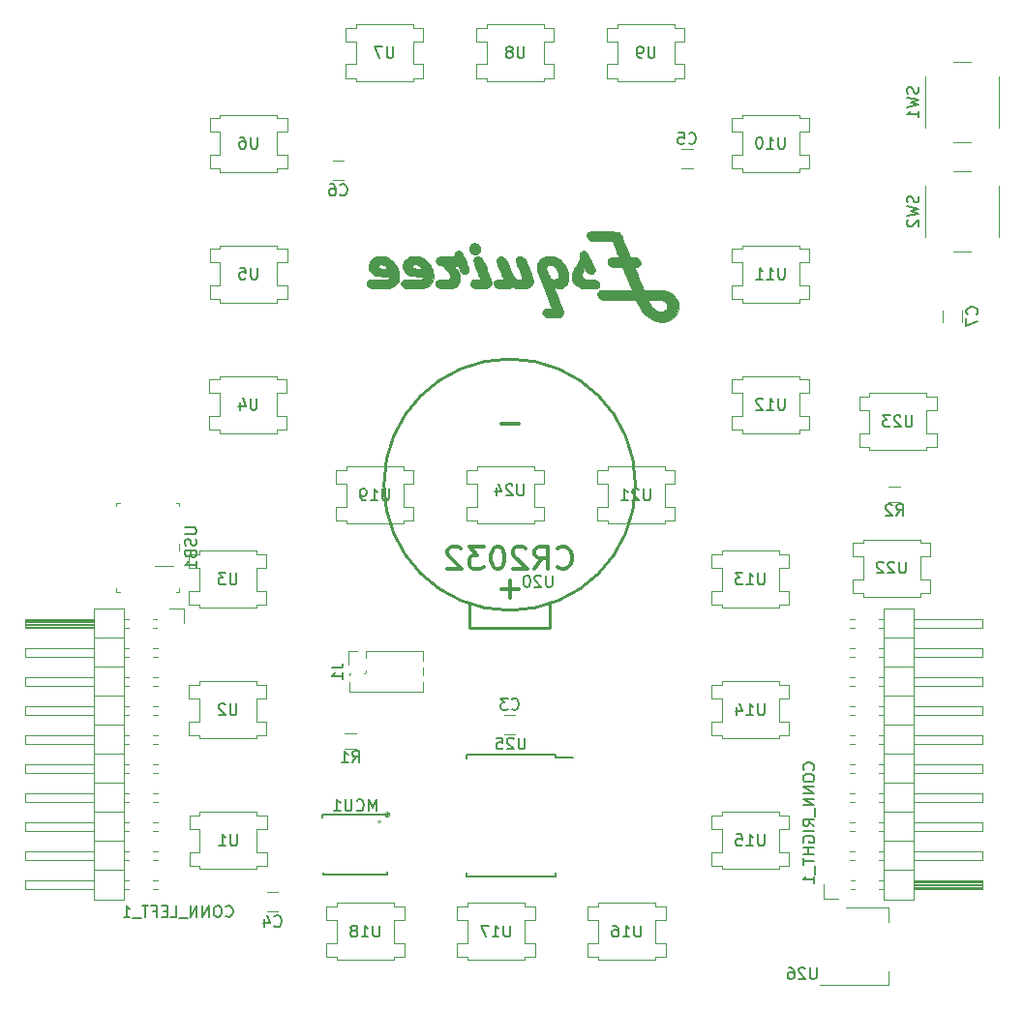
<source format=gbr>
G04 #@! TF.GenerationSoftware,KiCad,Pcbnew,(5.0.0)*
G04 #@! TF.CreationDate,2020-08-08T12:19:43-04:00*
G04 #@! TF.ProjectId,WS2812 Clock,57533238313220436C6F636B2E6B6963,rev?*
G04 #@! TF.SameCoordinates,Original*
G04 #@! TF.FileFunction,Legend,Bot*
G04 #@! TF.FilePolarity,Positive*
%FSLAX46Y46*%
G04 Gerber Fmt 4.6, Leading zero omitted, Abs format (unit mm)*
G04 Created by KiCad (PCBNEW (5.0.0)) date 08/08/20 12:19:43*
%MOMM*%
%LPD*%
G01*
G04 APERTURE LIST*
%ADD10C,0.250000*%
%ADD11C,0.100000*%
%ADD12C,0.150000*%
%ADD13C,0.120000*%
%ADD14C,0.010000*%
%ADD15C,0.300000*%
G04 APERTURE END LIST*
D10*
G04 #@! TO.C,U24*
X205000000Y-85500000D02*
X208500000Y-85500000D01*
X208500000Y-85500000D02*
X208500000Y-83500000D01*
X205000000Y-85500000D02*
X202000000Y-85500000D01*
X202000000Y-85500000D02*
X201500000Y-85500000D01*
X201500000Y-85500000D02*
X201500000Y-83500000D01*
X216000000Y-73000000D02*
G75*
G03X216000000Y-73000000I-11000000J0D01*
G01*
D11*
G04 #@! TO.C,USB1*
X175600000Y-80100000D02*
X174000000Y-80100000D01*
X176100000Y-78500000D02*
X176100000Y-78200000D01*
X176100000Y-78500000D02*
X176100000Y-78800000D01*
X170600000Y-74600000D02*
X170900000Y-74600000D01*
X170600000Y-74600000D02*
X170600000Y-74900000D01*
X170600000Y-82400000D02*
X170900000Y-82400000D01*
X170600000Y-82400000D02*
X170600000Y-82100000D01*
X176100000Y-82400000D02*
X176100000Y-82100000D01*
X176100000Y-82400000D02*
X175800000Y-82400000D01*
X176100000Y-74600000D02*
X176100000Y-74900000D01*
X176100000Y-74600000D02*
X175800000Y-74600000D01*
G04 #@! TO.C,U1*
X182880000Y-106640000D02*
X182880000Y-106340000D01*
X182880000Y-106340000D02*
X183780000Y-106340000D01*
X183780000Y-106340000D02*
X183780000Y-105140000D01*
X183780000Y-105140000D02*
X182880000Y-105140000D01*
X182880000Y-105140000D02*
X182880000Y-103140000D01*
X182880000Y-103140000D02*
X183780000Y-103140000D01*
X183780000Y-103140000D02*
X183780000Y-101940000D01*
X183780000Y-101940000D02*
X182880000Y-101940000D01*
X182880000Y-101940000D02*
X182880000Y-101640000D01*
X182880000Y-101640000D02*
X177880000Y-101640000D01*
X177880000Y-101640000D02*
X177880000Y-101940000D01*
X177880000Y-101940000D02*
X176980000Y-101940000D01*
X176980000Y-101940000D02*
X176980000Y-103140000D01*
X176980000Y-103140000D02*
X177880000Y-103140000D01*
X177880000Y-103140000D02*
X177880000Y-105140000D01*
X177880000Y-105140000D02*
X176980000Y-105140000D01*
X176980000Y-105140000D02*
X176980000Y-106340000D01*
X176980000Y-106340000D02*
X177880000Y-106340000D01*
X177880000Y-106340000D02*
X177880000Y-106640000D01*
X177880000Y-106640000D02*
X182880000Y-106640000D01*
G04 #@! TO.C,U2*
X177840000Y-95210000D02*
X182840000Y-95210000D01*
X177840000Y-94910000D02*
X177840000Y-95210000D01*
X176940000Y-94910000D02*
X177840000Y-94910000D01*
X176940000Y-93710000D02*
X176940000Y-94910000D01*
X177840000Y-93710000D02*
X176940000Y-93710000D01*
X177840000Y-91710000D02*
X177840000Y-93710000D01*
X176940000Y-91710000D02*
X177840000Y-91710000D01*
X176940000Y-90510000D02*
X176940000Y-91710000D01*
X177840000Y-90510000D02*
X176940000Y-90510000D01*
X177840000Y-90210000D02*
X177840000Y-90510000D01*
X182840000Y-90210000D02*
X177840000Y-90210000D01*
X182840000Y-90510000D02*
X182840000Y-90210000D01*
X183740000Y-90510000D02*
X182840000Y-90510000D01*
X183740000Y-91710000D02*
X183740000Y-90510000D01*
X182840000Y-91710000D02*
X183740000Y-91710000D01*
X182840000Y-93710000D02*
X182840000Y-91710000D01*
X183740000Y-93710000D02*
X182840000Y-93710000D01*
X183740000Y-94910000D02*
X183740000Y-93710000D01*
X182840000Y-94910000D02*
X183740000Y-94910000D01*
X182840000Y-95210000D02*
X182840000Y-94910000D01*
G04 #@! TO.C,U3*
X177840000Y-83780000D02*
X182840000Y-83780000D01*
X177840000Y-83480000D02*
X177840000Y-83780000D01*
X176940000Y-83480000D02*
X177840000Y-83480000D01*
X176940000Y-82280000D02*
X176940000Y-83480000D01*
X177840000Y-82280000D02*
X176940000Y-82280000D01*
X177840000Y-80280000D02*
X177840000Y-82280000D01*
X176940000Y-80280000D02*
X177840000Y-80280000D01*
X176940000Y-79080000D02*
X176940000Y-80280000D01*
X177840000Y-79080000D02*
X176940000Y-79080000D01*
X177840000Y-78780000D02*
X177840000Y-79080000D01*
X182840000Y-78780000D02*
X177840000Y-78780000D01*
X182840000Y-79080000D02*
X182840000Y-78780000D01*
X183740000Y-79080000D02*
X182840000Y-79080000D01*
X183740000Y-80280000D02*
X183740000Y-79080000D01*
X182840000Y-80280000D02*
X183740000Y-80280000D01*
X182840000Y-82280000D02*
X182840000Y-80280000D01*
X183740000Y-82280000D02*
X182840000Y-82280000D01*
X183740000Y-83480000D02*
X183740000Y-82280000D01*
X182840000Y-83480000D02*
X183740000Y-83480000D01*
X182840000Y-83780000D02*
X182840000Y-83480000D01*
G04 #@! TO.C,U4*
X184618000Y-68489200D02*
X184618000Y-68189200D01*
X184618000Y-68189200D02*
X185518000Y-68189200D01*
X185518000Y-68189200D02*
X185518000Y-66989200D01*
X185518000Y-66989200D02*
X184618000Y-66989200D01*
X184618000Y-66989200D02*
X184618000Y-64989200D01*
X184618000Y-64989200D02*
X185518000Y-64989200D01*
X185518000Y-64989200D02*
X185518000Y-63789200D01*
X185518000Y-63789200D02*
X184618000Y-63789200D01*
X184618000Y-63789200D02*
X184618000Y-63489200D01*
X184618000Y-63489200D02*
X179618000Y-63489200D01*
X179618000Y-63489200D02*
X179618000Y-63789200D01*
X179618000Y-63789200D02*
X178718000Y-63789200D01*
X178718000Y-63789200D02*
X178718000Y-64989200D01*
X178718000Y-64989200D02*
X179618000Y-64989200D01*
X179618000Y-64989200D02*
X179618000Y-66989200D01*
X179618000Y-66989200D02*
X178718000Y-66989200D01*
X178718000Y-66989200D02*
X178718000Y-68189200D01*
X178718000Y-68189200D02*
X179618000Y-68189200D01*
X179618000Y-68189200D02*
X179618000Y-68489200D01*
X179618000Y-68489200D02*
X184618000Y-68489200D01*
G04 #@! TO.C,U5*
X179658000Y-57059200D02*
X184658000Y-57059200D01*
X179658000Y-56759200D02*
X179658000Y-57059200D01*
X178758000Y-56759200D02*
X179658000Y-56759200D01*
X178758000Y-55559200D02*
X178758000Y-56759200D01*
X179658000Y-55559200D02*
X178758000Y-55559200D01*
X179658000Y-53559200D02*
X179658000Y-55559200D01*
X178758000Y-53559200D02*
X179658000Y-53559200D01*
X178758000Y-52359200D02*
X178758000Y-53559200D01*
X179658000Y-52359200D02*
X178758000Y-52359200D01*
X179658000Y-52059200D02*
X179658000Y-52359200D01*
X184658000Y-52059200D02*
X179658000Y-52059200D01*
X184658000Y-52359200D02*
X184658000Y-52059200D01*
X185558000Y-52359200D02*
X184658000Y-52359200D01*
X185558000Y-53559200D02*
X185558000Y-52359200D01*
X184658000Y-53559200D02*
X185558000Y-53559200D01*
X184658000Y-55559200D02*
X184658000Y-53559200D01*
X185558000Y-55559200D02*
X184658000Y-55559200D01*
X185558000Y-56759200D02*
X185558000Y-55559200D01*
X184658000Y-56759200D02*
X185558000Y-56759200D01*
X184658000Y-57059200D02*
X184658000Y-56759200D01*
G04 #@! TO.C,U6*
X184658000Y-45629200D02*
X184658000Y-45329200D01*
X184658000Y-45329200D02*
X185558000Y-45329200D01*
X185558000Y-45329200D02*
X185558000Y-44129200D01*
X185558000Y-44129200D02*
X184658000Y-44129200D01*
X184658000Y-44129200D02*
X184658000Y-42129200D01*
X184658000Y-42129200D02*
X185558000Y-42129200D01*
X185558000Y-42129200D02*
X185558000Y-40929200D01*
X185558000Y-40929200D02*
X184658000Y-40929200D01*
X184658000Y-40929200D02*
X184658000Y-40629200D01*
X184658000Y-40629200D02*
X179658000Y-40629200D01*
X179658000Y-40629200D02*
X179658000Y-40929200D01*
X179658000Y-40929200D02*
X178758000Y-40929200D01*
X178758000Y-40929200D02*
X178758000Y-42129200D01*
X178758000Y-42129200D02*
X179658000Y-42129200D01*
X179658000Y-42129200D02*
X179658000Y-44129200D01*
X179658000Y-44129200D02*
X178758000Y-44129200D01*
X178758000Y-44129200D02*
X178758000Y-45329200D01*
X178758000Y-45329200D02*
X179658000Y-45329200D01*
X179658000Y-45329200D02*
X179658000Y-45629200D01*
X179658000Y-45629200D02*
X184658000Y-45629200D01*
G04 #@! TO.C,U7*
X191556000Y-37704400D02*
X196556000Y-37704400D01*
X191556000Y-37404400D02*
X191556000Y-37704400D01*
X190656000Y-37404400D02*
X191556000Y-37404400D01*
X190656000Y-36204400D02*
X190656000Y-37404400D01*
X191556000Y-36204400D02*
X190656000Y-36204400D01*
X191556000Y-34204400D02*
X191556000Y-36204400D01*
X190656000Y-34204400D02*
X191556000Y-34204400D01*
X190656000Y-33004400D02*
X190656000Y-34204400D01*
X191556000Y-33004400D02*
X190656000Y-33004400D01*
X191556000Y-32704400D02*
X191556000Y-33004400D01*
X196556000Y-32704400D02*
X191556000Y-32704400D01*
X196556000Y-33004400D02*
X196556000Y-32704400D01*
X197456000Y-33004400D02*
X196556000Y-33004400D01*
X197456000Y-34204400D02*
X197456000Y-33004400D01*
X196556000Y-34204400D02*
X197456000Y-34204400D01*
X196556000Y-36204400D02*
X196556000Y-34204400D01*
X197456000Y-36204400D02*
X196556000Y-36204400D01*
X197456000Y-37404400D02*
X197456000Y-36204400D01*
X196556000Y-37404400D02*
X197456000Y-37404400D01*
X196556000Y-37704400D02*
X196556000Y-37404400D01*
G04 #@! TO.C,U8*
X202986000Y-37704400D02*
X207986000Y-37704400D01*
X202986000Y-37404400D02*
X202986000Y-37704400D01*
X202086000Y-37404400D02*
X202986000Y-37404400D01*
X202086000Y-36204400D02*
X202086000Y-37404400D01*
X202986000Y-36204400D02*
X202086000Y-36204400D01*
X202986000Y-34204400D02*
X202986000Y-36204400D01*
X202086000Y-34204400D02*
X202986000Y-34204400D01*
X202086000Y-33004400D02*
X202086000Y-34204400D01*
X202986000Y-33004400D02*
X202086000Y-33004400D01*
X202986000Y-32704400D02*
X202986000Y-33004400D01*
X207986000Y-32704400D02*
X202986000Y-32704400D01*
X207986000Y-33004400D02*
X207986000Y-32704400D01*
X208886000Y-33004400D02*
X207986000Y-33004400D01*
X208886000Y-34204400D02*
X208886000Y-33004400D01*
X207986000Y-34204400D02*
X208886000Y-34204400D01*
X207986000Y-36204400D02*
X207986000Y-34204400D01*
X208886000Y-36204400D02*
X207986000Y-36204400D01*
X208886000Y-37404400D02*
X208886000Y-36204400D01*
X207986000Y-37404400D02*
X208886000Y-37404400D01*
X207986000Y-37704400D02*
X207986000Y-37404400D01*
G04 #@! TO.C,U9*
X214416000Y-37704400D02*
X219416000Y-37704400D01*
X214416000Y-37404400D02*
X214416000Y-37704400D01*
X213516000Y-37404400D02*
X214416000Y-37404400D01*
X213516000Y-36204400D02*
X213516000Y-37404400D01*
X214416000Y-36204400D02*
X213516000Y-36204400D01*
X214416000Y-34204400D02*
X214416000Y-36204400D01*
X213516000Y-34204400D02*
X214416000Y-34204400D01*
X213516000Y-33004400D02*
X213516000Y-34204400D01*
X214416000Y-33004400D02*
X213516000Y-33004400D01*
X214416000Y-32704400D02*
X214416000Y-33004400D01*
X219416000Y-32704400D02*
X214416000Y-32704400D01*
X219416000Y-33004400D02*
X219416000Y-32704400D01*
X220316000Y-33004400D02*
X219416000Y-33004400D01*
X220316000Y-34204400D02*
X220316000Y-33004400D01*
X219416000Y-34204400D02*
X220316000Y-34204400D01*
X219416000Y-36204400D02*
X219416000Y-34204400D01*
X220316000Y-36204400D02*
X219416000Y-36204400D01*
X220316000Y-37404400D02*
X220316000Y-36204400D01*
X219416000Y-37404400D02*
X220316000Y-37404400D01*
X219416000Y-37704400D02*
X219416000Y-37404400D01*
G04 #@! TO.C,U10*
X230338000Y-45629200D02*
X230338000Y-45329200D01*
X230338000Y-45329200D02*
X231238000Y-45329200D01*
X231238000Y-45329200D02*
X231238000Y-44129200D01*
X231238000Y-44129200D02*
X230338000Y-44129200D01*
X230338000Y-44129200D02*
X230338000Y-42129200D01*
X230338000Y-42129200D02*
X231238000Y-42129200D01*
X231238000Y-42129200D02*
X231238000Y-40929200D01*
X231238000Y-40929200D02*
X230338000Y-40929200D01*
X230338000Y-40929200D02*
X230338000Y-40629200D01*
X230338000Y-40629200D02*
X225338000Y-40629200D01*
X225338000Y-40629200D02*
X225338000Y-40929200D01*
X225338000Y-40929200D02*
X224438000Y-40929200D01*
X224438000Y-40929200D02*
X224438000Y-42129200D01*
X224438000Y-42129200D02*
X225338000Y-42129200D01*
X225338000Y-42129200D02*
X225338000Y-44129200D01*
X225338000Y-44129200D02*
X224438000Y-44129200D01*
X224438000Y-44129200D02*
X224438000Y-45329200D01*
X224438000Y-45329200D02*
X225338000Y-45329200D01*
X225338000Y-45329200D02*
X225338000Y-45629200D01*
X225338000Y-45629200D02*
X230338000Y-45629200D01*
G04 #@! TO.C,U11*
X230338000Y-57059200D02*
X230338000Y-56759200D01*
X230338000Y-56759200D02*
X231238000Y-56759200D01*
X231238000Y-56759200D02*
X231238000Y-55559200D01*
X231238000Y-55559200D02*
X230338000Y-55559200D01*
X230338000Y-55559200D02*
X230338000Y-53559200D01*
X230338000Y-53559200D02*
X231238000Y-53559200D01*
X231238000Y-53559200D02*
X231238000Y-52359200D01*
X231238000Y-52359200D02*
X230338000Y-52359200D01*
X230338000Y-52359200D02*
X230338000Y-52059200D01*
X230338000Y-52059200D02*
X225338000Y-52059200D01*
X225338000Y-52059200D02*
X225338000Y-52359200D01*
X225338000Y-52359200D02*
X224438000Y-52359200D01*
X224438000Y-52359200D02*
X224438000Y-53559200D01*
X224438000Y-53559200D02*
X225338000Y-53559200D01*
X225338000Y-53559200D02*
X225338000Y-55559200D01*
X225338000Y-55559200D02*
X224438000Y-55559200D01*
X224438000Y-55559200D02*
X224438000Y-56759200D01*
X224438000Y-56759200D02*
X225338000Y-56759200D01*
X225338000Y-56759200D02*
X225338000Y-57059200D01*
X225338000Y-57059200D02*
X230338000Y-57059200D01*
G04 #@! TO.C,U12*
X225338000Y-68489200D02*
X230338000Y-68489200D01*
X225338000Y-68189200D02*
X225338000Y-68489200D01*
X224438000Y-68189200D02*
X225338000Y-68189200D01*
X224438000Y-66989200D02*
X224438000Y-68189200D01*
X225338000Y-66989200D02*
X224438000Y-66989200D01*
X225338000Y-64989200D02*
X225338000Y-66989200D01*
X224438000Y-64989200D02*
X225338000Y-64989200D01*
X224438000Y-63789200D02*
X224438000Y-64989200D01*
X225338000Y-63789200D02*
X224438000Y-63789200D01*
X225338000Y-63489200D02*
X225338000Y-63789200D01*
X230338000Y-63489200D02*
X225338000Y-63489200D01*
X230338000Y-63789200D02*
X230338000Y-63489200D01*
X231238000Y-63789200D02*
X230338000Y-63789200D01*
X231238000Y-64989200D02*
X231238000Y-63789200D01*
X230338000Y-64989200D02*
X231238000Y-64989200D01*
X230338000Y-66989200D02*
X230338000Y-64989200D01*
X231238000Y-66989200D02*
X230338000Y-66989200D01*
X231238000Y-68189200D02*
X231238000Y-66989200D01*
X230338000Y-68189200D02*
X231238000Y-68189200D01*
X230338000Y-68489200D02*
X230338000Y-68189200D01*
G04 #@! TO.C,U13*
X228560000Y-83780000D02*
X228560000Y-83480000D01*
X228560000Y-83480000D02*
X229460000Y-83480000D01*
X229460000Y-83480000D02*
X229460000Y-82280000D01*
X229460000Y-82280000D02*
X228560000Y-82280000D01*
X228560000Y-82280000D02*
X228560000Y-80280000D01*
X228560000Y-80280000D02*
X229460000Y-80280000D01*
X229460000Y-80280000D02*
X229460000Y-79080000D01*
X229460000Y-79080000D02*
X228560000Y-79080000D01*
X228560000Y-79080000D02*
X228560000Y-78780000D01*
X228560000Y-78780000D02*
X223560000Y-78780000D01*
X223560000Y-78780000D02*
X223560000Y-79080000D01*
X223560000Y-79080000D02*
X222660000Y-79080000D01*
X222660000Y-79080000D02*
X222660000Y-80280000D01*
X222660000Y-80280000D02*
X223560000Y-80280000D01*
X223560000Y-80280000D02*
X223560000Y-82280000D01*
X223560000Y-82280000D02*
X222660000Y-82280000D01*
X222660000Y-82280000D02*
X222660000Y-83480000D01*
X222660000Y-83480000D02*
X223560000Y-83480000D01*
X223560000Y-83480000D02*
X223560000Y-83780000D01*
X223560000Y-83780000D02*
X228560000Y-83780000D01*
G04 #@! TO.C,U14*
X223560000Y-95210000D02*
X228560000Y-95210000D01*
X223560000Y-94910000D02*
X223560000Y-95210000D01*
X222660000Y-94910000D02*
X223560000Y-94910000D01*
X222660000Y-93710000D02*
X222660000Y-94910000D01*
X223560000Y-93710000D02*
X222660000Y-93710000D01*
X223560000Y-91710000D02*
X223560000Y-93710000D01*
X222660000Y-91710000D02*
X223560000Y-91710000D01*
X222660000Y-90510000D02*
X222660000Y-91710000D01*
X223560000Y-90510000D02*
X222660000Y-90510000D01*
X223560000Y-90210000D02*
X223560000Y-90510000D01*
X228560000Y-90210000D02*
X223560000Y-90210000D01*
X228560000Y-90510000D02*
X228560000Y-90210000D01*
X229460000Y-90510000D02*
X228560000Y-90510000D01*
X229460000Y-91710000D02*
X229460000Y-90510000D01*
X228560000Y-91710000D02*
X229460000Y-91710000D01*
X228560000Y-93710000D02*
X228560000Y-91710000D01*
X229460000Y-93710000D02*
X228560000Y-93710000D01*
X229460000Y-94910000D02*
X229460000Y-93710000D01*
X228560000Y-94910000D02*
X229460000Y-94910000D01*
X228560000Y-95210000D02*
X228560000Y-94910000D01*
G04 #@! TO.C,U15*
X228560000Y-106640000D02*
X228560000Y-106340000D01*
X228560000Y-106340000D02*
X229460000Y-106340000D01*
X229460000Y-106340000D02*
X229460000Y-105140000D01*
X229460000Y-105140000D02*
X228560000Y-105140000D01*
X228560000Y-105140000D02*
X228560000Y-103140000D01*
X228560000Y-103140000D02*
X229460000Y-103140000D01*
X229460000Y-103140000D02*
X229460000Y-101940000D01*
X229460000Y-101940000D02*
X228560000Y-101940000D01*
X228560000Y-101940000D02*
X228560000Y-101640000D01*
X228560000Y-101640000D02*
X223560000Y-101640000D01*
X223560000Y-101640000D02*
X223560000Y-101940000D01*
X223560000Y-101940000D02*
X222660000Y-101940000D01*
X222660000Y-101940000D02*
X222660000Y-103140000D01*
X222660000Y-103140000D02*
X223560000Y-103140000D01*
X223560000Y-103140000D02*
X223560000Y-105140000D01*
X223560000Y-105140000D02*
X222660000Y-105140000D01*
X222660000Y-105140000D02*
X222660000Y-106340000D01*
X222660000Y-106340000D02*
X223560000Y-106340000D01*
X223560000Y-106340000D02*
X223560000Y-106640000D01*
X223560000Y-106640000D02*
X228560000Y-106640000D01*
G04 #@! TO.C,U16*
X212739600Y-114615600D02*
X217739600Y-114615600D01*
X212739600Y-114315600D02*
X212739600Y-114615600D01*
X211839600Y-114315600D02*
X212739600Y-114315600D01*
X211839600Y-113115600D02*
X211839600Y-114315600D01*
X212739600Y-113115600D02*
X211839600Y-113115600D01*
X212739600Y-111115600D02*
X212739600Y-113115600D01*
X211839600Y-111115600D02*
X212739600Y-111115600D01*
X211839600Y-109915600D02*
X211839600Y-111115600D01*
X212739600Y-109915600D02*
X211839600Y-109915600D01*
X212739600Y-109615600D02*
X212739600Y-109915600D01*
X217739600Y-109615600D02*
X212739600Y-109615600D01*
X217739600Y-109915600D02*
X217739600Y-109615600D01*
X218639600Y-109915600D02*
X217739600Y-109915600D01*
X218639600Y-111115600D02*
X218639600Y-109915600D01*
X217739600Y-111115600D02*
X218639600Y-111115600D01*
X217739600Y-113115600D02*
X217739600Y-111115600D01*
X218639600Y-113115600D02*
X217739600Y-113115600D01*
X218639600Y-114315600D02*
X218639600Y-113115600D01*
X217739600Y-114315600D02*
X218639600Y-114315600D01*
X217739600Y-114615600D02*
X217739600Y-114315600D01*
G04 #@! TO.C,U17*
X201309600Y-114615600D02*
X206309600Y-114615600D01*
X201309600Y-114315600D02*
X201309600Y-114615600D01*
X200409600Y-114315600D02*
X201309600Y-114315600D01*
X200409600Y-113115600D02*
X200409600Y-114315600D01*
X201309600Y-113115600D02*
X200409600Y-113115600D01*
X201309600Y-111115600D02*
X201309600Y-113115600D01*
X200409600Y-111115600D02*
X201309600Y-111115600D01*
X200409600Y-109915600D02*
X200409600Y-111115600D01*
X201309600Y-109915600D02*
X200409600Y-109915600D01*
X201309600Y-109615600D02*
X201309600Y-109915600D01*
X206309600Y-109615600D02*
X201309600Y-109615600D01*
X206309600Y-109915600D02*
X206309600Y-109615600D01*
X207209600Y-109915600D02*
X206309600Y-109915600D01*
X207209600Y-111115600D02*
X207209600Y-109915600D01*
X206309600Y-111115600D02*
X207209600Y-111115600D01*
X206309600Y-113115600D02*
X206309600Y-111115600D01*
X207209600Y-113115600D02*
X206309600Y-113115600D01*
X207209600Y-114315600D02*
X207209600Y-113115600D01*
X206309600Y-114315600D02*
X207209600Y-114315600D01*
X206309600Y-114615600D02*
X206309600Y-114315600D01*
G04 #@! TO.C,U18*
X194879600Y-114615600D02*
X194879600Y-114315600D01*
X194879600Y-114315600D02*
X195779600Y-114315600D01*
X195779600Y-114315600D02*
X195779600Y-113115600D01*
X195779600Y-113115600D02*
X194879600Y-113115600D01*
X194879600Y-113115600D02*
X194879600Y-111115600D01*
X194879600Y-111115600D02*
X195779600Y-111115600D01*
X195779600Y-111115600D02*
X195779600Y-109915600D01*
X195779600Y-109915600D02*
X194879600Y-109915600D01*
X194879600Y-109915600D02*
X194879600Y-109615600D01*
X194879600Y-109615600D02*
X189879600Y-109615600D01*
X189879600Y-109615600D02*
X189879600Y-109915600D01*
X189879600Y-109915600D02*
X188979600Y-109915600D01*
X188979600Y-109915600D02*
X188979600Y-111115600D01*
X188979600Y-111115600D02*
X189879600Y-111115600D01*
X189879600Y-111115600D02*
X189879600Y-113115600D01*
X189879600Y-113115600D02*
X188979600Y-113115600D01*
X188979600Y-113115600D02*
X188979600Y-114315600D01*
X188979600Y-114315600D02*
X189879600Y-114315600D01*
X189879600Y-114315600D02*
X189879600Y-114615600D01*
X189879600Y-114615600D02*
X194879600Y-114615600D01*
G04 #@! TO.C,U19*
X190692400Y-76414000D02*
X195692400Y-76414000D01*
X190692400Y-76114000D02*
X190692400Y-76414000D01*
X189792400Y-76114000D02*
X190692400Y-76114000D01*
X189792400Y-74914000D02*
X189792400Y-76114000D01*
X190692400Y-74914000D02*
X189792400Y-74914000D01*
X190692400Y-72914000D02*
X190692400Y-74914000D01*
X189792400Y-72914000D02*
X190692400Y-72914000D01*
X189792400Y-71714000D02*
X189792400Y-72914000D01*
X190692400Y-71714000D02*
X189792400Y-71714000D01*
X190692400Y-71414000D02*
X190692400Y-71714000D01*
X195692400Y-71414000D02*
X190692400Y-71414000D01*
X195692400Y-71714000D02*
X195692400Y-71414000D01*
X196592400Y-71714000D02*
X195692400Y-71714000D01*
X196592400Y-72914000D02*
X196592400Y-71714000D01*
X195692400Y-72914000D02*
X196592400Y-72914000D01*
X195692400Y-74914000D02*
X195692400Y-72914000D01*
X196592400Y-74914000D02*
X195692400Y-74914000D01*
X196592400Y-76114000D02*
X196592400Y-74914000D01*
X195692400Y-76114000D02*
X196592400Y-76114000D01*
X195692400Y-76414000D02*
X195692400Y-76114000D01*
G04 #@! TO.C,U20*
X207122400Y-76414000D02*
X207122400Y-76114000D01*
X207122400Y-76114000D02*
X208022400Y-76114000D01*
X208022400Y-76114000D02*
X208022400Y-74914000D01*
X208022400Y-74914000D02*
X207122400Y-74914000D01*
X207122400Y-74914000D02*
X207122400Y-72914000D01*
X207122400Y-72914000D02*
X208022400Y-72914000D01*
X208022400Y-72914000D02*
X208022400Y-71714000D01*
X208022400Y-71714000D02*
X207122400Y-71714000D01*
X207122400Y-71714000D02*
X207122400Y-71414000D01*
X207122400Y-71414000D02*
X202122400Y-71414000D01*
X202122400Y-71414000D02*
X202122400Y-71714000D01*
X202122400Y-71714000D02*
X201222400Y-71714000D01*
X201222400Y-71714000D02*
X201222400Y-72914000D01*
X201222400Y-72914000D02*
X202122400Y-72914000D01*
X202122400Y-72914000D02*
X202122400Y-74914000D01*
X202122400Y-74914000D02*
X201222400Y-74914000D01*
X201222400Y-74914000D02*
X201222400Y-76114000D01*
X201222400Y-76114000D02*
X202122400Y-76114000D01*
X202122400Y-76114000D02*
X202122400Y-76414000D01*
X202122400Y-76414000D02*
X207122400Y-76414000D01*
G04 #@! TO.C,U21*
X218552400Y-76414000D02*
X218552400Y-76114000D01*
X218552400Y-76114000D02*
X219452400Y-76114000D01*
X219452400Y-76114000D02*
X219452400Y-74914000D01*
X219452400Y-74914000D02*
X218552400Y-74914000D01*
X218552400Y-74914000D02*
X218552400Y-72914000D01*
X218552400Y-72914000D02*
X219452400Y-72914000D01*
X219452400Y-72914000D02*
X219452400Y-71714000D01*
X219452400Y-71714000D02*
X218552400Y-71714000D01*
X218552400Y-71714000D02*
X218552400Y-71414000D01*
X218552400Y-71414000D02*
X213552400Y-71414000D01*
X213552400Y-71414000D02*
X213552400Y-71714000D01*
X213552400Y-71714000D02*
X212652400Y-71714000D01*
X212652400Y-71714000D02*
X212652400Y-72914000D01*
X212652400Y-72914000D02*
X213552400Y-72914000D01*
X213552400Y-72914000D02*
X213552400Y-74914000D01*
X213552400Y-74914000D02*
X212652400Y-74914000D01*
X212652400Y-74914000D02*
X212652400Y-76114000D01*
X212652400Y-76114000D02*
X213552400Y-76114000D01*
X213552400Y-76114000D02*
X213552400Y-76414000D01*
X213552400Y-76414000D02*
X218552400Y-76414000D01*
G04 #@! TO.C,U22*
X235900000Y-82790000D02*
X240900000Y-82790000D01*
X235900000Y-82490000D02*
X235900000Y-82790000D01*
X235000000Y-82490000D02*
X235900000Y-82490000D01*
X235000000Y-81290000D02*
X235000000Y-82490000D01*
X235900000Y-81290000D02*
X235000000Y-81290000D01*
X235900000Y-79290000D02*
X235900000Y-81290000D01*
X235000000Y-79290000D02*
X235900000Y-79290000D01*
X235000000Y-78090000D02*
X235000000Y-79290000D01*
X235900000Y-78090000D02*
X235000000Y-78090000D01*
X235900000Y-77790000D02*
X235900000Y-78090000D01*
X240900000Y-77790000D02*
X235900000Y-77790000D01*
X240900000Y-78090000D02*
X240900000Y-77790000D01*
X241800000Y-78090000D02*
X240900000Y-78090000D01*
X241800000Y-79290000D02*
X241800000Y-78090000D01*
X240900000Y-79290000D02*
X241800000Y-79290000D01*
X240900000Y-81290000D02*
X240900000Y-79290000D01*
X241800000Y-81290000D02*
X240900000Y-81290000D01*
X241800000Y-82490000D02*
X241800000Y-81290000D01*
X240900000Y-82490000D02*
X241800000Y-82490000D01*
X240900000Y-82790000D02*
X240900000Y-82490000D01*
G04 #@! TO.C,U23*
X241458800Y-69988400D02*
X241458800Y-69688400D01*
X241458800Y-69688400D02*
X242358800Y-69688400D01*
X242358800Y-69688400D02*
X242358800Y-68488400D01*
X242358800Y-68488400D02*
X241458800Y-68488400D01*
X241458800Y-68488400D02*
X241458800Y-66488400D01*
X241458800Y-66488400D02*
X242358800Y-66488400D01*
X242358800Y-66488400D02*
X242358800Y-65288400D01*
X242358800Y-65288400D02*
X241458800Y-65288400D01*
X241458800Y-65288400D02*
X241458800Y-64988400D01*
X241458800Y-64988400D02*
X236458800Y-64988400D01*
X236458800Y-64988400D02*
X236458800Y-65288400D01*
X236458800Y-65288400D02*
X235558800Y-65288400D01*
X235558800Y-65288400D02*
X235558800Y-66488400D01*
X235558800Y-66488400D02*
X236458800Y-66488400D01*
X236458800Y-66488400D02*
X236458800Y-68488400D01*
X236458800Y-68488400D02*
X235558800Y-68488400D01*
X235558800Y-68488400D02*
X235558800Y-69688400D01*
X235558800Y-69688400D02*
X236458800Y-69688400D01*
X236458800Y-69688400D02*
X236458800Y-69988400D01*
X236458800Y-69988400D02*
X241458800Y-69988400D01*
G04 #@! TO.C,MCU1*
X194523607Y-101900000D02*
G75*
G03X194523607Y-101900000I-223607J0D01*
G01*
X194441421Y-101900000D02*
G75*
G03X194441421Y-101900000I-141421J0D01*
G01*
X193741421Y-102500000D02*
G75*
G03X193741421Y-102500000I-141421J0D01*
G01*
D12*
X194300000Y-101900000D02*
X194300000Y-102000000D01*
X188600000Y-101900000D02*
X188600000Y-102100000D01*
X188700000Y-107075000D02*
X188700000Y-106930000D01*
X194300000Y-107100000D02*
X194300000Y-106900000D01*
X194300000Y-101900000D02*
X188600000Y-101900000D01*
X194275000Y-107100000D02*
X188700000Y-107100000D01*
D13*
G04 #@! TO.C,C3*
X204500000Y-93150000D02*
X205500000Y-93150000D01*
X205500000Y-94850000D02*
X204500000Y-94850000D01*
G04 #@! TO.C,C4*
X183750000Y-108650000D02*
X184750000Y-108650000D01*
X184750000Y-110350000D02*
X183750000Y-110350000D01*
G04 #@! TO.C,C5*
X221000000Y-45350000D02*
X220000000Y-45350000D01*
X220000000Y-43650000D02*
X221000000Y-43650000D01*
G04 #@! TO.C,C6*
X189500000Y-44650000D02*
X190500000Y-44650000D01*
X190500000Y-46350000D02*
X189500000Y-46350000D01*
G04 #@! TO.C,C7*
X244600000Y-57750000D02*
X244600000Y-58750000D01*
X242900000Y-58750000D02*
X242900000Y-57750000D01*
G04 #@! TO.C,J1*
X190910000Y-87600000D02*
X190910000Y-88730000D01*
X191670000Y-87600000D02*
X190910000Y-87600000D01*
X190975000Y-90307530D02*
X190975000Y-91130000D01*
X190975000Y-89490000D02*
X190975000Y-89692470D01*
X191106529Y-89490000D02*
X190975000Y-89490000D01*
X192376529Y-89490000D02*
X192233471Y-89490000D01*
X192430000Y-89293471D02*
X192430000Y-89436529D01*
X192430000Y-87600000D02*
X192430000Y-88166529D01*
X190975000Y-91130000D02*
X197445000Y-91130000D01*
X192430000Y-87600000D02*
X197445000Y-87600000D01*
X197445000Y-89037530D02*
X197445000Y-89692470D01*
X197445000Y-90307530D02*
X197445000Y-91130000D01*
X197445000Y-87600000D02*
X197445000Y-88422470D01*
G04 #@! TO.C,R1*
X191570800Y-94722400D02*
X190570800Y-94722400D01*
X190570800Y-96082400D02*
X191570800Y-96082400D01*
G04 #@! TO.C,R2*
X238158400Y-74492400D02*
X239158400Y-74492400D01*
X239158400Y-73132400D02*
X238158400Y-73132400D01*
G04 #@! TO.C,SW1*
X245325001Y-43025001D02*
X243825001Y-43025001D01*
X241325001Y-41775001D02*
X241325001Y-37275001D01*
X243825001Y-36025001D02*
X245325001Y-36025001D01*
X247825001Y-37275001D02*
X247825001Y-41775001D01*
G04 #@! TO.C,SW2*
X247825001Y-46825001D02*
X247825001Y-51325001D01*
X243825001Y-45575001D02*
X245325001Y-45575001D01*
X241325001Y-51325001D02*
X241325001Y-46825001D01*
X245325001Y-52575001D02*
X243825001Y-52575001D01*
G04 #@! TO.C,CONN_LEFT_1*
X171270000Y-83810000D02*
X171270000Y-109330000D01*
X171270000Y-109330000D02*
X168610000Y-109330000D01*
X168610000Y-109330000D02*
X168610000Y-83810000D01*
X168610000Y-83810000D02*
X171270000Y-83810000D01*
X168610000Y-84760000D02*
X162610000Y-84760000D01*
X162610000Y-84760000D02*
X162610000Y-85520000D01*
X162610000Y-85520000D02*
X168610000Y-85520000D01*
X168610000Y-84820000D02*
X162610000Y-84820000D01*
X168610000Y-84940000D02*
X162610000Y-84940000D01*
X168610000Y-85060000D02*
X162610000Y-85060000D01*
X168610000Y-85180000D02*
X162610000Y-85180000D01*
X168610000Y-85300000D02*
X162610000Y-85300000D01*
X168610000Y-85420000D02*
X162610000Y-85420000D01*
X171667071Y-84760000D02*
X171270000Y-84760000D01*
X171667071Y-85520000D02*
X171270000Y-85520000D01*
X174140000Y-84760000D02*
X173752929Y-84760000D01*
X174140000Y-85520000D02*
X173752929Y-85520000D01*
X171270000Y-86410000D02*
X168610000Y-86410000D01*
X168610000Y-87300000D02*
X162610000Y-87300000D01*
X162610000Y-87300000D02*
X162610000Y-88060000D01*
X162610000Y-88060000D02*
X168610000Y-88060000D01*
X171667071Y-87300000D02*
X171270000Y-87300000D01*
X171667071Y-88060000D02*
X171270000Y-88060000D01*
X174207071Y-87300000D02*
X173752929Y-87300000D01*
X174207071Y-88060000D02*
X173752929Y-88060000D01*
X171270000Y-88950000D02*
X168610000Y-88950000D01*
X168610000Y-89840000D02*
X162610000Y-89840000D01*
X162610000Y-89840000D02*
X162610000Y-90600000D01*
X162610000Y-90600000D02*
X168610000Y-90600000D01*
X171667071Y-89840000D02*
X171270000Y-89840000D01*
X171667071Y-90600000D02*
X171270000Y-90600000D01*
X174207071Y-89840000D02*
X173752929Y-89840000D01*
X174207071Y-90600000D02*
X173752929Y-90600000D01*
X171270000Y-91490000D02*
X168610000Y-91490000D01*
X168610000Y-92380000D02*
X162610000Y-92380000D01*
X162610000Y-92380000D02*
X162610000Y-93140000D01*
X162610000Y-93140000D02*
X168610000Y-93140000D01*
X171667071Y-92380000D02*
X171270000Y-92380000D01*
X171667071Y-93140000D02*
X171270000Y-93140000D01*
X174207071Y-92380000D02*
X173752929Y-92380000D01*
X174207071Y-93140000D02*
X173752929Y-93140000D01*
X171270000Y-94030000D02*
X168610000Y-94030000D01*
X168610000Y-94920000D02*
X162610000Y-94920000D01*
X162610000Y-94920000D02*
X162610000Y-95680000D01*
X162610000Y-95680000D02*
X168610000Y-95680000D01*
X171667071Y-94920000D02*
X171270000Y-94920000D01*
X171667071Y-95680000D02*
X171270000Y-95680000D01*
X174207071Y-94920000D02*
X173752929Y-94920000D01*
X174207071Y-95680000D02*
X173752929Y-95680000D01*
X171270000Y-96570000D02*
X168610000Y-96570000D01*
X168610000Y-97460000D02*
X162610000Y-97460000D01*
X162610000Y-97460000D02*
X162610000Y-98220000D01*
X162610000Y-98220000D02*
X168610000Y-98220000D01*
X171667071Y-97460000D02*
X171270000Y-97460000D01*
X171667071Y-98220000D02*
X171270000Y-98220000D01*
X174207071Y-97460000D02*
X173752929Y-97460000D01*
X174207071Y-98220000D02*
X173752929Y-98220000D01*
X171270000Y-99110000D02*
X168610000Y-99110000D01*
X168610000Y-100000000D02*
X162610000Y-100000000D01*
X162610000Y-100000000D02*
X162610000Y-100760000D01*
X162610000Y-100760000D02*
X168610000Y-100760000D01*
X171667071Y-100000000D02*
X171270000Y-100000000D01*
X171667071Y-100760000D02*
X171270000Y-100760000D01*
X174207071Y-100000000D02*
X173752929Y-100000000D01*
X174207071Y-100760000D02*
X173752929Y-100760000D01*
X171270000Y-101650000D02*
X168610000Y-101650000D01*
X168610000Y-102540000D02*
X162610000Y-102540000D01*
X162610000Y-102540000D02*
X162610000Y-103300000D01*
X162610000Y-103300000D02*
X168610000Y-103300000D01*
X171667071Y-102540000D02*
X171270000Y-102540000D01*
X171667071Y-103300000D02*
X171270000Y-103300000D01*
X174207071Y-102540000D02*
X173752929Y-102540000D01*
X174207071Y-103300000D02*
X173752929Y-103300000D01*
X171270000Y-104190000D02*
X168610000Y-104190000D01*
X168610000Y-105080000D02*
X162610000Y-105080000D01*
X162610000Y-105080000D02*
X162610000Y-105840000D01*
X162610000Y-105840000D02*
X168610000Y-105840000D01*
X171667071Y-105080000D02*
X171270000Y-105080000D01*
X171667071Y-105840000D02*
X171270000Y-105840000D01*
X174207071Y-105080000D02*
X173752929Y-105080000D01*
X174207071Y-105840000D02*
X173752929Y-105840000D01*
X171270000Y-106730000D02*
X168610000Y-106730000D01*
X168610000Y-107620000D02*
X162610000Y-107620000D01*
X162610000Y-107620000D02*
X162610000Y-108380000D01*
X162610000Y-108380000D02*
X168610000Y-108380000D01*
X171667071Y-107620000D02*
X171270000Y-107620000D01*
X171667071Y-108380000D02*
X171270000Y-108380000D01*
X174207071Y-107620000D02*
X173752929Y-107620000D01*
X174207071Y-108380000D02*
X173752929Y-108380000D01*
X176520000Y-85140000D02*
X176520000Y-83870000D01*
X176520000Y-83870000D02*
X175250000Y-83870000D01*
G04 #@! TO.C,CONN_RIGHT_1*
X232440000Y-109270000D02*
X233710000Y-109270000D01*
X232440000Y-108000000D02*
X232440000Y-109270000D01*
X234752929Y-84760000D02*
X235207071Y-84760000D01*
X234752929Y-85520000D02*
X235207071Y-85520000D01*
X237292929Y-84760000D02*
X237690000Y-84760000D01*
X237292929Y-85520000D02*
X237690000Y-85520000D01*
X246350000Y-84760000D02*
X240350000Y-84760000D01*
X246350000Y-85520000D02*
X246350000Y-84760000D01*
X240350000Y-85520000D02*
X246350000Y-85520000D01*
X237690000Y-86410000D02*
X240350000Y-86410000D01*
X234752929Y-87300000D02*
X235207071Y-87300000D01*
X234752929Y-88060000D02*
X235207071Y-88060000D01*
X237292929Y-87300000D02*
X237690000Y-87300000D01*
X237292929Y-88060000D02*
X237690000Y-88060000D01*
X246350000Y-87300000D02*
X240350000Y-87300000D01*
X246350000Y-88060000D02*
X246350000Y-87300000D01*
X240350000Y-88060000D02*
X246350000Y-88060000D01*
X237690000Y-88950000D02*
X240350000Y-88950000D01*
X234752929Y-89840000D02*
X235207071Y-89840000D01*
X234752929Y-90600000D02*
X235207071Y-90600000D01*
X237292929Y-89840000D02*
X237690000Y-89840000D01*
X237292929Y-90600000D02*
X237690000Y-90600000D01*
X246350000Y-89840000D02*
X240350000Y-89840000D01*
X246350000Y-90600000D02*
X246350000Y-89840000D01*
X240350000Y-90600000D02*
X246350000Y-90600000D01*
X237690000Y-91490000D02*
X240350000Y-91490000D01*
X234752929Y-92380000D02*
X235207071Y-92380000D01*
X234752929Y-93140000D02*
X235207071Y-93140000D01*
X237292929Y-92380000D02*
X237690000Y-92380000D01*
X237292929Y-93140000D02*
X237690000Y-93140000D01*
X246350000Y-92380000D02*
X240350000Y-92380000D01*
X246350000Y-93140000D02*
X246350000Y-92380000D01*
X240350000Y-93140000D02*
X246350000Y-93140000D01*
X237690000Y-94030000D02*
X240350000Y-94030000D01*
X234752929Y-94920000D02*
X235207071Y-94920000D01*
X234752929Y-95680000D02*
X235207071Y-95680000D01*
X237292929Y-94920000D02*
X237690000Y-94920000D01*
X237292929Y-95680000D02*
X237690000Y-95680000D01*
X246350000Y-94920000D02*
X240350000Y-94920000D01*
X246350000Y-95680000D02*
X246350000Y-94920000D01*
X240350000Y-95680000D02*
X246350000Y-95680000D01*
X237690000Y-96570000D02*
X240350000Y-96570000D01*
X234752929Y-97460000D02*
X235207071Y-97460000D01*
X234752929Y-98220000D02*
X235207071Y-98220000D01*
X237292929Y-97460000D02*
X237690000Y-97460000D01*
X237292929Y-98220000D02*
X237690000Y-98220000D01*
X246350000Y-97460000D02*
X240350000Y-97460000D01*
X246350000Y-98220000D02*
X246350000Y-97460000D01*
X240350000Y-98220000D02*
X246350000Y-98220000D01*
X237690000Y-99110000D02*
X240350000Y-99110000D01*
X234752929Y-100000000D02*
X235207071Y-100000000D01*
X234752929Y-100760000D02*
X235207071Y-100760000D01*
X237292929Y-100000000D02*
X237690000Y-100000000D01*
X237292929Y-100760000D02*
X237690000Y-100760000D01*
X246350000Y-100000000D02*
X240350000Y-100000000D01*
X246350000Y-100760000D02*
X246350000Y-100000000D01*
X240350000Y-100760000D02*
X246350000Y-100760000D01*
X237690000Y-101650000D02*
X240350000Y-101650000D01*
X234752929Y-102540000D02*
X235207071Y-102540000D01*
X234752929Y-103300000D02*
X235207071Y-103300000D01*
X237292929Y-102540000D02*
X237690000Y-102540000D01*
X237292929Y-103300000D02*
X237690000Y-103300000D01*
X246350000Y-102540000D02*
X240350000Y-102540000D01*
X246350000Y-103300000D02*
X246350000Y-102540000D01*
X240350000Y-103300000D02*
X246350000Y-103300000D01*
X237690000Y-104190000D02*
X240350000Y-104190000D01*
X234752929Y-105080000D02*
X235207071Y-105080000D01*
X234752929Y-105840000D02*
X235207071Y-105840000D01*
X237292929Y-105080000D02*
X237690000Y-105080000D01*
X237292929Y-105840000D02*
X237690000Y-105840000D01*
X246350000Y-105080000D02*
X240350000Y-105080000D01*
X246350000Y-105840000D02*
X246350000Y-105080000D01*
X240350000Y-105840000D02*
X246350000Y-105840000D01*
X237690000Y-106730000D02*
X240350000Y-106730000D01*
X234820000Y-107620000D02*
X235207071Y-107620000D01*
X234820000Y-108380000D02*
X235207071Y-108380000D01*
X237292929Y-107620000D02*
X237690000Y-107620000D01*
X237292929Y-108380000D02*
X237690000Y-108380000D01*
X240350000Y-107720000D02*
X246350000Y-107720000D01*
X240350000Y-107840000D02*
X246350000Y-107840000D01*
X240350000Y-107960000D02*
X246350000Y-107960000D01*
X240350000Y-108080000D02*
X246350000Y-108080000D01*
X240350000Y-108200000D02*
X246350000Y-108200000D01*
X240350000Y-108320000D02*
X246350000Y-108320000D01*
X246350000Y-107620000D02*
X240350000Y-107620000D01*
X246350000Y-108380000D02*
X246350000Y-107620000D01*
X240350000Y-108380000D02*
X246350000Y-108380000D01*
X240350000Y-109330000D02*
X237690000Y-109330000D01*
X240350000Y-83810000D02*
X240350000Y-109330000D01*
X237690000Y-83810000D02*
X240350000Y-83810000D01*
X237690000Y-109330000D02*
X237690000Y-83810000D01*
D12*
G04 #@! TO.C,U25*
X208975000Y-96900000D02*
X210500000Y-96900000D01*
X208975000Y-107275000D02*
X201225000Y-107275000D01*
X208975000Y-96625000D02*
X201225000Y-96625000D01*
X208975000Y-107275000D02*
X208975000Y-106920000D01*
X201225000Y-107275000D02*
X201225000Y-106920000D01*
X201225000Y-96625000D02*
X201225000Y-96980000D01*
X208975000Y-96625000D02*
X208975000Y-96900000D01*
D13*
G04 #@! TO.C,U26*
X232150000Y-116810000D02*
X238160000Y-116810000D01*
X234400000Y-109990000D02*
X238160000Y-109990000D01*
X238160000Y-116810000D02*
X238160000Y-115550000D01*
X238160000Y-109990000D02*
X238160000Y-111250000D01*
D14*
G04 #@! TO.C,G\002A\002A\002A*
G36*
X201774504Y-51897605D02*
X201673694Y-51947097D01*
X201554679Y-52059086D01*
X201479694Y-52194740D01*
X201449403Y-52343036D01*
X201464472Y-52492949D01*
X201525566Y-52633458D01*
X201625419Y-52746998D01*
X201718753Y-52806696D01*
X201831073Y-52852828D01*
X201935915Y-52875329D01*
X201964223Y-52875861D01*
X202022269Y-52866256D01*
X202083000Y-52850549D01*
X202216517Y-52783280D01*
X202328033Y-52675966D01*
X202406887Y-52542863D01*
X202442415Y-52398232D01*
X202443381Y-52368589D01*
X202416156Y-52219264D01*
X202343025Y-52080019D01*
X202233955Y-51968932D01*
X202216154Y-51956503D01*
X202075394Y-51892884D01*
X201922589Y-51873154D01*
X201774504Y-51897605D01*
X201774504Y-51897605D01*
G37*
X201774504Y-51897605D02*
X201673694Y-51947097D01*
X201554679Y-52059086D01*
X201479694Y-52194740D01*
X201449403Y-52343036D01*
X201464472Y-52492949D01*
X201525566Y-52633458D01*
X201625419Y-52746998D01*
X201718753Y-52806696D01*
X201831073Y-52852828D01*
X201935915Y-52875329D01*
X201964223Y-52875861D01*
X202022269Y-52866256D01*
X202083000Y-52850549D01*
X202216517Y-52783280D01*
X202328033Y-52675966D01*
X202406887Y-52542863D01*
X202442415Y-52398232D01*
X202443381Y-52368589D01*
X202416156Y-52219264D01*
X202343025Y-52080019D01*
X202233955Y-51968932D01*
X202216154Y-51956503D01*
X202075394Y-51892884D01*
X201922589Y-51873154D01*
X201774504Y-51897605D01*
G36*
X193598679Y-52999236D02*
X193348000Y-53041004D01*
X193132567Y-53123463D01*
X192955111Y-53243884D01*
X192818361Y-53399540D01*
X192725049Y-53587704D01*
X192677903Y-53805648D01*
X192672492Y-53924432D01*
X192699207Y-54139863D01*
X192774850Y-54329486D01*
X192896927Y-54489260D01*
X193062947Y-54615145D01*
X193115669Y-54643136D01*
X193245103Y-54690967D01*
X193415550Y-54726930D01*
X193630891Y-54751508D01*
X193895004Y-54765183D01*
X194125500Y-54768568D01*
X194266987Y-54769560D01*
X194361428Y-54772781D01*
X194418217Y-54779763D01*
X194446747Y-54792038D01*
X194456413Y-54811138D01*
X194457111Y-54822651D01*
X194431122Y-54900065D01*
X194361529Y-54970311D01*
X194262400Y-55020156D01*
X194199151Y-55030976D01*
X194084865Y-55039765D01*
X193924917Y-55046299D01*
X193724686Y-55050356D01*
X193500400Y-55051713D01*
X193303294Y-55052979D01*
X193120674Y-55056449D01*
X192961851Y-55061769D01*
X192836134Y-55068586D01*
X192752832Y-55076548D01*
X192729784Y-55080907D01*
X192613555Y-55135200D01*
X192542403Y-55222220D01*
X192514888Y-55344202D01*
X192516433Y-55412013D01*
X192534270Y-55521790D01*
X192572997Y-55602527D01*
X192610930Y-55648322D01*
X192663093Y-55700516D01*
X192714886Y-55741323D01*
X192773945Y-55772223D01*
X192847908Y-55794697D01*
X192944412Y-55810225D01*
X193071096Y-55820286D01*
X193235596Y-55826362D01*
X193445550Y-55829931D01*
X193554000Y-55831087D01*
X193755336Y-55831796D01*
X193949928Y-55830219D01*
X194126596Y-55826617D01*
X194274162Y-55821254D01*
X194381447Y-55814392D01*
X194413301Y-55810926D01*
X194662707Y-55753404D01*
X194874503Y-55654816D01*
X195047400Y-55517306D01*
X195180105Y-55343015D01*
X195271329Y-55134085D01*
X195319782Y-54892659D01*
X195324172Y-54620880D01*
X195290038Y-54355538D01*
X195224852Y-54108239D01*
X195217566Y-54092000D01*
X194293321Y-54092000D01*
X193973050Y-54091584D01*
X193807295Y-54087843D01*
X193679235Y-54077586D01*
X193596921Y-54061552D01*
X193582223Y-54055662D01*
X193518897Y-53997468D01*
X193499453Y-53919288D01*
X193524397Y-53837254D01*
X193573622Y-53782045D01*
X193676581Y-53734398D01*
X193800432Y-53728290D01*
X193932813Y-53759649D01*
X194061361Y-53824405D01*
X194173714Y-53918489D01*
X194236514Y-54000278D01*
X194293321Y-54092000D01*
X195217566Y-54092000D01*
X195124727Y-53885099D01*
X194982880Y-53673874D01*
X194798490Y-53468268D01*
X194574938Y-53272337D01*
X194347084Y-53130247D01*
X194108383Y-53039439D01*
X193852289Y-52997353D01*
X193598679Y-52999236D01*
X193598679Y-52999236D01*
G37*
X193598679Y-52999236D02*
X193348000Y-53041004D01*
X193132567Y-53123463D01*
X192955111Y-53243884D01*
X192818361Y-53399540D01*
X192725049Y-53587704D01*
X192677903Y-53805648D01*
X192672492Y-53924432D01*
X192699207Y-54139863D01*
X192774850Y-54329486D01*
X192896927Y-54489260D01*
X193062947Y-54615145D01*
X193115669Y-54643136D01*
X193245103Y-54690967D01*
X193415550Y-54726930D01*
X193630891Y-54751508D01*
X193895004Y-54765183D01*
X194125500Y-54768568D01*
X194266987Y-54769560D01*
X194361428Y-54772781D01*
X194418217Y-54779763D01*
X194446747Y-54792038D01*
X194456413Y-54811138D01*
X194457111Y-54822651D01*
X194431122Y-54900065D01*
X194361529Y-54970311D01*
X194262400Y-55020156D01*
X194199151Y-55030976D01*
X194084865Y-55039765D01*
X193924917Y-55046299D01*
X193724686Y-55050356D01*
X193500400Y-55051713D01*
X193303294Y-55052979D01*
X193120674Y-55056449D01*
X192961851Y-55061769D01*
X192836134Y-55068586D01*
X192752832Y-55076548D01*
X192729784Y-55080907D01*
X192613555Y-55135200D01*
X192542403Y-55222220D01*
X192514888Y-55344202D01*
X192516433Y-55412013D01*
X192534270Y-55521790D01*
X192572997Y-55602527D01*
X192610930Y-55648322D01*
X192663093Y-55700516D01*
X192714886Y-55741323D01*
X192773945Y-55772223D01*
X192847908Y-55794697D01*
X192944412Y-55810225D01*
X193071096Y-55820286D01*
X193235596Y-55826362D01*
X193445550Y-55829931D01*
X193554000Y-55831087D01*
X193755336Y-55831796D01*
X193949928Y-55830219D01*
X194126596Y-55826617D01*
X194274162Y-55821254D01*
X194381447Y-55814392D01*
X194413301Y-55810926D01*
X194662707Y-55753404D01*
X194874503Y-55654816D01*
X195047400Y-55517306D01*
X195180105Y-55343015D01*
X195271329Y-55134085D01*
X195319782Y-54892659D01*
X195324172Y-54620880D01*
X195290038Y-54355538D01*
X195224852Y-54108239D01*
X195217566Y-54092000D01*
X194293321Y-54092000D01*
X193973050Y-54091584D01*
X193807295Y-54087843D01*
X193679235Y-54077586D01*
X193596921Y-54061552D01*
X193582223Y-54055662D01*
X193518897Y-53997468D01*
X193499453Y-53919288D01*
X193524397Y-53837254D01*
X193573622Y-53782045D01*
X193676581Y-53734398D01*
X193800432Y-53728290D01*
X193932813Y-53759649D01*
X194061361Y-53824405D01*
X194173714Y-53918489D01*
X194236514Y-54000278D01*
X194293321Y-54092000D01*
X195217566Y-54092000D01*
X195124727Y-53885099D01*
X194982880Y-53673874D01*
X194798490Y-53468268D01*
X194574938Y-53272337D01*
X194347084Y-53130247D01*
X194108383Y-53039439D01*
X193852289Y-52997353D01*
X193598679Y-52999236D01*
G36*
X196590235Y-52999236D02*
X196339556Y-53041004D01*
X196124123Y-53123463D01*
X195946666Y-53243884D01*
X195809917Y-53399540D01*
X195716604Y-53587704D01*
X195669458Y-53805648D01*
X195664048Y-53924432D01*
X195690763Y-54139863D01*
X195766405Y-54329486D01*
X195888482Y-54489260D01*
X196054503Y-54615145D01*
X196107225Y-54643136D01*
X196236658Y-54690967D01*
X196407106Y-54726930D01*
X196622446Y-54751508D01*
X196886560Y-54765183D01*
X197117056Y-54768568D01*
X197258543Y-54769560D01*
X197352984Y-54772781D01*
X197409773Y-54779763D01*
X197438303Y-54792038D01*
X197447969Y-54811138D01*
X197448667Y-54822651D01*
X197422677Y-54900065D01*
X197353085Y-54970311D01*
X197253956Y-55020156D01*
X197190707Y-55030976D01*
X197076420Y-55039765D01*
X196916473Y-55046299D01*
X196716242Y-55050356D01*
X196491956Y-55051713D01*
X196294849Y-55052979D01*
X196112230Y-55056449D01*
X195953407Y-55061769D01*
X195827690Y-55068586D01*
X195744388Y-55076548D01*
X195721340Y-55080907D01*
X195605420Y-55138911D01*
X195530370Y-55233542D01*
X195501491Y-55357867D01*
X195501334Y-55368596D01*
X195525625Y-55522497D01*
X195597452Y-55646979D01*
X195715245Y-55740451D01*
X195877433Y-55801326D01*
X195941703Y-55814199D01*
X196034078Y-55823747D01*
X196171082Y-55830750D01*
X196340959Y-55835244D01*
X196531953Y-55837263D01*
X196732308Y-55836844D01*
X196930268Y-55834022D01*
X197114076Y-55828831D01*
X197271976Y-55821307D01*
X197392212Y-55811486D01*
X197406334Y-55809809D01*
X197649893Y-55754659D01*
X197858715Y-55656665D01*
X198030942Y-55518861D01*
X198164717Y-55344282D01*
X198258181Y-55135962D01*
X198309478Y-54896935D01*
X198316750Y-54630237D01*
X198285099Y-54374222D01*
X198222444Y-54127340D01*
X198207427Y-54092000D01*
X197284877Y-54092000D01*
X196964605Y-54091584D01*
X196798851Y-54087843D01*
X196670791Y-54077586D01*
X196588476Y-54061552D01*
X196573778Y-54055662D01*
X196510453Y-53997468D01*
X196491008Y-53919288D01*
X196515952Y-53837254D01*
X196565178Y-53782045D01*
X196668136Y-53734398D01*
X196791987Y-53728290D01*
X196924368Y-53759649D01*
X197052917Y-53824405D01*
X197165270Y-53918489D01*
X197228070Y-54000278D01*
X197284877Y-54092000D01*
X198207427Y-54092000D01*
X198129636Y-53908943D01*
X197999051Y-53705083D01*
X197823067Y-53501811D01*
X197790046Y-53468268D01*
X197566493Y-53272337D01*
X197338640Y-53130247D01*
X197099939Y-53039439D01*
X196843844Y-52997353D01*
X196590235Y-52999236D01*
X196590235Y-52999236D01*
G37*
X196590235Y-52999236D02*
X196339556Y-53041004D01*
X196124123Y-53123463D01*
X195946666Y-53243884D01*
X195809917Y-53399540D01*
X195716604Y-53587704D01*
X195669458Y-53805648D01*
X195664048Y-53924432D01*
X195690763Y-54139863D01*
X195766405Y-54329486D01*
X195888482Y-54489260D01*
X196054503Y-54615145D01*
X196107225Y-54643136D01*
X196236658Y-54690967D01*
X196407106Y-54726930D01*
X196622446Y-54751508D01*
X196886560Y-54765183D01*
X197117056Y-54768568D01*
X197258543Y-54769560D01*
X197352984Y-54772781D01*
X197409773Y-54779763D01*
X197438303Y-54792038D01*
X197447969Y-54811138D01*
X197448667Y-54822651D01*
X197422677Y-54900065D01*
X197353085Y-54970311D01*
X197253956Y-55020156D01*
X197190707Y-55030976D01*
X197076420Y-55039765D01*
X196916473Y-55046299D01*
X196716242Y-55050356D01*
X196491956Y-55051713D01*
X196294849Y-55052979D01*
X196112230Y-55056449D01*
X195953407Y-55061769D01*
X195827690Y-55068586D01*
X195744388Y-55076548D01*
X195721340Y-55080907D01*
X195605420Y-55138911D01*
X195530370Y-55233542D01*
X195501491Y-55357867D01*
X195501334Y-55368596D01*
X195525625Y-55522497D01*
X195597452Y-55646979D01*
X195715245Y-55740451D01*
X195877433Y-55801326D01*
X195941703Y-55814199D01*
X196034078Y-55823747D01*
X196171082Y-55830750D01*
X196340959Y-55835244D01*
X196531953Y-55837263D01*
X196732308Y-55836844D01*
X196930268Y-55834022D01*
X197114076Y-55828831D01*
X197271976Y-55821307D01*
X197392212Y-55811486D01*
X197406334Y-55809809D01*
X197649893Y-55754659D01*
X197858715Y-55656665D01*
X198030942Y-55518861D01*
X198164717Y-55344282D01*
X198258181Y-55135962D01*
X198309478Y-54896935D01*
X198316750Y-54630237D01*
X198285099Y-54374222D01*
X198222444Y-54127340D01*
X198207427Y-54092000D01*
X197284877Y-54092000D01*
X196964605Y-54091584D01*
X196798851Y-54087843D01*
X196670791Y-54077586D01*
X196588476Y-54061552D01*
X196573778Y-54055662D01*
X196510453Y-53997468D01*
X196491008Y-53919288D01*
X196515952Y-53837254D01*
X196565178Y-53782045D01*
X196668136Y-53734398D01*
X196791987Y-53728290D01*
X196924368Y-53759649D01*
X197052917Y-53824405D01*
X197165270Y-53918489D01*
X197228070Y-54000278D01*
X197284877Y-54092000D01*
X198207427Y-54092000D01*
X198129636Y-53908943D01*
X197999051Y-53705083D01*
X197823067Y-53501811D01*
X197790046Y-53468268D01*
X197566493Y-53272337D01*
X197338640Y-53130247D01*
X197099939Y-53039439D01*
X196843844Y-52997353D01*
X196590235Y-52999236D01*
G36*
X200377638Y-52563759D02*
X200280084Y-52636366D01*
X200208204Y-52758593D01*
X200184997Y-52826371D01*
X200142762Y-52936520D01*
X200091354Y-52999924D01*
X200072108Y-53011861D01*
X200021516Y-53025499D01*
X199928323Y-53035668D01*
X199788877Y-53042565D01*
X199599530Y-53046388D01*
X199416261Y-53047362D01*
X199190937Y-53048698D01*
X199014695Y-53053211D01*
X198880202Y-53062195D01*
X198780127Y-53076943D01*
X198707137Y-53098748D01*
X198653902Y-53128904D01*
X198613088Y-53168705D01*
X198595355Y-53192187D01*
X198559265Y-53284310D01*
X198550940Y-53401902D01*
X198569853Y-53521592D01*
X198604636Y-53603796D01*
X198698117Y-53705594D01*
X198836120Y-53775970D01*
X198998026Y-53813011D01*
X199089866Y-53831129D01*
X199162239Y-53862806D01*
X199236529Y-53919524D01*
X199290754Y-53970190D01*
X199402368Y-54087432D01*
X199513193Y-54219696D01*
X199612263Y-54352542D01*
X199688614Y-54471534D01*
X199722680Y-54538881D01*
X199750235Y-54635259D01*
X199762812Y-54739302D01*
X199762889Y-54746413D01*
X199754244Y-54849017D01*
X199724129Y-54926652D01*
X199666272Y-54982469D01*
X199574402Y-55019624D01*
X199442249Y-55041269D01*
X199263542Y-55050559D01*
X199156111Y-55051555D01*
X198943087Y-55057292D01*
X198780014Y-55076351D01*
X198661393Y-55111507D01*
X198581726Y-55165535D01*
X198535514Y-55241207D01*
X198517259Y-55341299D01*
X198516408Y-55374298D01*
X198538148Y-55523240D01*
X198605617Y-55641879D01*
X198722189Y-55735476D01*
X198761474Y-55756616D01*
X198816855Y-55782480D01*
X198870189Y-55801249D01*
X198931962Y-55814203D01*
X199012657Y-55822623D01*
X199122760Y-55827792D01*
X199272756Y-55830991D01*
X199381889Y-55832445D01*
X199551580Y-55833011D01*
X199711346Y-55830857D01*
X199848432Y-55826353D01*
X199950081Y-55819868D01*
X199990912Y-55814801D01*
X200191609Y-55752341D01*
X200359617Y-55645843D01*
X200492057Y-55499200D01*
X200586049Y-55316307D01*
X200638712Y-55101057D01*
X200649395Y-54924555D01*
X200639668Y-54763673D01*
X200610050Y-54619214D01*
X200555270Y-54478066D01*
X200470054Y-54327115D01*
X200349132Y-54153247D01*
X200327853Y-54124733D01*
X200250211Y-54020474D01*
X200186853Y-53933626D01*
X200144484Y-53873499D01*
X200129778Y-53849566D01*
X200155534Y-53843688D01*
X200222946Y-53839523D01*
X200314108Y-53838000D01*
X200417869Y-53840782D01*
X200478206Y-53851234D01*
X200507959Y-53872508D01*
X200515113Y-53887389D01*
X200534246Y-53934126D01*
X200571219Y-54017081D01*
X200619438Y-54121593D01*
X200642128Y-54169807D01*
X200731058Y-54333778D01*
X200821016Y-54446574D01*
X200918401Y-54513208D01*
X201029612Y-54538695D01*
X201109428Y-54535907D01*
X201206718Y-54515777D01*
X201281437Y-54472047D01*
X201338619Y-54416139D01*
X201396813Y-54345913D01*
X201422098Y-54288046D01*
X201423687Y-54217330D01*
X201421020Y-54190718D01*
X201406044Y-54127418D01*
X201372400Y-54021892D01*
X201323828Y-53883724D01*
X201264068Y-53722492D01*
X201196860Y-53547780D01*
X201125945Y-53369168D01*
X201055062Y-53196238D01*
X200987951Y-53038570D01*
X200928352Y-52905746D01*
X200883908Y-52814753D01*
X200790123Y-52672958D01*
X200682306Y-52583487D01*
X200555829Y-52543007D01*
X200501965Y-52539778D01*
X200377638Y-52563759D01*
X200377638Y-52563759D01*
G37*
X200377638Y-52563759D02*
X200280084Y-52636366D01*
X200208204Y-52758593D01*
X200184997Y-52826371D01*
X200142762Y-52936520D01*
X200091354Y-52999924D01*
X200072108Y-53011861D01*
X200021516Y-53025499D01*
X199928323Y-53035668D01*
X199788877Y-53042565D01*
X199599530Y-53046388D01*
X199416261Y-53047362D01*
X199190937Y-53048698D01*
X199014695Y-53053211D01*
X198880202Y-53062195D01*
X198780127Y-53076943D01*
X198707137Y-53098748D01*
X198653902Y-53128904D01*
X198613088Y-53168705D01*
X198595355Y-53192187D01*
X198559265Y-53284310D01*
X198550940Y-53401902D01*
X198569853Y-53521592D01*
X198604636Y-53603796D01*
X198698117Y-53705594D01*
X198836120Y-53775970D01*
X198998026Y-53813011D01*
X199089866Y-53831129D01*
X199162239Y-53862806D01*
X199236529Y-53919524D01*
X199290754Y-53970190D01*
X199402368Y-54087432D01*
X199513193Y-54219696D01*
X199612263Y-54352542D01*
X199688614Y-54471534D01*
X199722680Y-54538881D01*
X199750235Y-54635259D01*
X199762812Y-54739302D01*
X199762889Y-54746413D01*
X199754244Y-54849017D01*
X199724129Y-54926652D01*
X199666272Y-54982469D01*
X199574402Y-55019624D01*
X199442249Y-55041269D01*
X199263542Y-55050559D01*
X199156111Y-55051555D01*
X198943087Y-55057292D01*
X198780014Y-55076351D01*
X198661393Y-55111507D01*
X198581726Y-55165535D01*
X198535514Y-55241207D01*
X198517259Y-55341299D01*
X198516408Y-55374298D01*
X198538148Y-55523240D01*
X198605617Y-55641879D01*
X198722189Y-55735476D01*
X198761474Y-55756616D01*
X198816855Y-55782480D01*
X198870189Y-55801249D01*
X198931962Y-55814203D01*
X199012657Y-55822623D01*
X199122760Y-55827792D01*
X199272756Y-55830991D01*
X199381889Y-55832445D01*
X199551580Y-55833011D01*
X199711346Y-55830857D01*
X199848432Y-55826353D01*
X199950081Y-55819868D01*
X199990912Y-55814801D01*
X200191609Y-55752341D01*
X200359617Y-55645843D01*
X200492057Y-55499200D01*
X200586049Y-55316307D01*
X200638712Y-55101057D01*
X200649395Y-54924555D01*
X200639668Y-54763673D01*
X200610050Y-54619214D01*
X200555270Y-54478066D01*
X200470054Y-54327115D01*
X200349132Y-54153247D01*
X200327853Y-54124733D01*
X200250211Y-54020474D01*
X200186853Y-53933626D01*
X200144484Y-53873499D01*
X200129778Y-53849566D01*
X200155534Y-53843688D01*
X200222946Y-53839523D01*
X200314108Y-53838000D01*
X200417869Y-53840782D01*
X200478206Y-53851234D01*
X200507959Y-53872508D01*
X200515113Y-53887389D01*
X200534246Y-53934126D01*
X200571219Y-54017081D01*
X200619438Y-54121593D01*
X200642128Y-54169807D01*
X200731058Y-54333778D01*
X200821016Y-54446574D01*
X200918401Y-54513208D01*
X201029612Y-54538695D01*
X201109428Y-54535907D01*
X201206718Y-54515777D01*
X201281437Y-54472047D01*
X201338619Y-54416139D01*
X201396813Y-54345913D01*
X201422098Y-54288046D01*
X201423687Y-54217330D01*
X201421020Y-54190718D01*
X201406044Y-54127418D01*
X201372400Y-54021892D01*
X201323828Y-53883724D01*
X201264068Y-53722492D01*
X201196860Y-53547780D01*
X201125945Y-53369168D01*
X201055062Y-53196238D01*
X200987951Y-53038570D01*
X200928352Y-52905746D01*
X200883908Y-52814753D01*
X200790123Y-52672958D01*
X200682306Y-52583487D01*
X200555829Y-52543007D01*
X200501965Y-52539778D01*
X200377638Y-52563759D01*
G36*
X202112265Y-53055908D02*
X201992487Y-53092114D01*
X201973079Y-53102817D01*
X201910107Y-53147102D01*
X201864012Y-53196780D01*
X201835507Y-53257280D01*
X201825303Y-53334030D01*
X201834113Y-53432460D01*
X201862648Y-53557998D01*
X201911620Y-53716073D01*
X201981742Y-53912114D01*
X202073724Y-54151550D01*
X202128925Y-54291220D01*
X202204022Y-54480745D01*
X202271777Y-54653050D01*
X202329507Y-54801205D01*
X202374529Y-54918282D01*
X202404159Y-54997351D01*
X202415715Y-55031483D01*
X202415778Y-55032053D01*
X202389557Y-55040264D01*
X202318883Y-55046769D01*
X202215743Y-55050734D01*
X202135393Y-55051555D01*
X201935288Y-55058973D01*
X201784605Y-55083238D01*
X201678044Y-55127370D01*
X201610303Y-55194387D01*
X201576081Y-55287309D01*
X201569217Y-55373975D01*
X201589073Y-55524083D01*
X201651688Y-55640762D01*
X201762010Y-55731821D01*
X201813298Y-55759323D01*
X201871374Y-55785116D01*
X201929608Y-55803536D01*
X201999282Y-55816011D01*
X202091680Y-55823971D01*
X202218083Y-55828842D01*
X202387556Y-55832022D01*
X202550733Y-55832733D01*
X202704626Y-55830415D01*
X202835461Y-55825487D01*
X202929461Y-55818365D01*
X202954739Y-55814804D01*
X203138314Y-55760791D01*
X203279580Y-55674920D01*
X203375820Y-55560419D01*
X203424318Y-55420517D01*
X203422453Y-55259022D01*
X203408967Y-55214127D01*
X203377022Y-55124582D01*
X203329621Y-54997942D01*
X203269769Y-54841759D01*
X203200471Y-54663589D01*
X203124731Y-54470985D01*
X203045553Y-54271501D01*
X202965943Y-54072691D01*
X202888904Y-53882110D01*
X202817442Y-53707311D01*
X202754560Y-53555848D01*
X202703263Y-53435276D01*
X202666556Y-53353148D01*
X202655210Y-53330000D01*
X202584918Y-53232483D01*
X202487935Y-53142526D01*
X202387512Y-53081333D01*
X202378663Y-53077795D01*
X202249582Y-53050605D01*
X202112265Y-53055908D01*
X202112265Y-53055908D01*
G37*
X202112265Y-53055908D02*
X201992487Y-53092114D01*
X201973079Y-53102817D01*
X201910107Y-53147102D01*
X201864012Y-53196780D01*
X201835507Y-53257280D01*
X201825303Y-53334030D01*
X201834113Y-53432460D01*
X201862648Y-53557998D01*
X201911620Y-53716073D01*
X201981742Y-53912114D01*
X202073724Y-54151550D01*
X202128925Y-54291220D01*
X202204022Y-54480745D01*
X202271777Y-54653050D01*
X202329507Y-54801205D01*
X202374529Y-54918282D01*
X202404159Y-54997351D01*
X202415715Y-55031483D01*
X202415778Y-55032053D01*
X202389557Y-55040264D01*
X202318883Y-55046769D01*
X202215743Y-55050734D01*
X202135393Y-55051555D01*
X201935288Y-55058973D01*
X201784605Y-55083238D01*
X201678044Y-55127370D01*
X201610303Y-55194387D01*
X201576081Y-55287309D01*
X201569217Y-55373975D01*
X201589073Y-55524083D01*
X201651688Y-55640762D01*
X201762010Y-55731821D01*
X201813298Y-55759323D01*
X201871374Y-55785116D01*
X201929608Y-55803536D01*
X201999282Y-55816011D01*
X202091680Y-55823971D01*
X202218083Y-55828842D01*
X202387556Y-55832022D01*
X202550733Y-55832733D01*
X202704626Y-55830415D01*
X202835461Y-55825487D01*
X202929461Y-55818365D01*
X202954739Y-55814804D01*
X203138314Y-55760791D01*
X203279580Y-55674920D01*
X203375820Y-55560419D01*
X203424318Y-55420517D01*
X203422453Y-55259022D01*
X203408967Y-55214127D01*
X203377022Y-55124582D01*
X203329621Y-54997942D01*
X203269769Y-54841759D01*
X203200471Y-54663589D01*
X203124731Y-54470985D01*
X203045553Y-54271501D01*
X202965943Y-54072691D01*
X202888904Y-53882110D01*
X202817442Y-53707311D01*
X202754560Y-53555848D01*
X202703263Y-53435276D01*
X202666556Y-53353148D01*
X202655210Y-53330000D01*
X202584918Y-53232483D01*
X202487935Y-53142526D01*
X202387512Y-53081333D01*
X202378663Y-53077795D01*
X202249582Y-53050605D01*
X202112265Y-53055908D01*
G36*
X205756969Y-53017713D02*
X205651664Y-53076904D01*
X205573200Y-53176264D01*
X205560648Y-53203214D01*
X205542976Y-53257455D01*
X205536417Y-53316749D01*
X205542828Y-53388296D01*
X205564064Y-53479298D01*
X205601980Y-53596955D01*
X205658432Y-53748467D01*
X205735275Y-53941034D01*
X205777159Y-54043386D01*
X205872160Y-54275978D01*
X205946706Y-54462528D01*
X206002854Y-54608755D01*
X206042659Y-54720379D01*
X206068175Y-54803120D01*
X206081459Y-54862697D01*
X206084667Y-54899151D01*
X206060948Y-54972027D01*
X205996723Y-55020838D01*
X205902394Y-55045905D01*
X205788360Y-55047546D01*
X205665022Y-55026082D01*
X205542779Y-54981834D01*
X205432032Y-54915120D01*
X205388592Y-54877734D01*
X205352987Y-54834543D01*
X205311212Y-54766055D01*
X205260661Y-54666809D01*
X205198727Y-54531346D01*
X205122804Y-54354205D01*
X205030286Y-54129926D01*
X205022621Y-54111092D01*
X204920305Y-53862537D01*
X204834080Y-53661154D01*
X204760670Y-53501101D01*
X204696799Y-53376531D01*
X204639190Y-53281600D01*
X204584568Y-53210464D01*
X204529657Y-53157278D01*
X204471181Y-53116197D01*
X204461889Y-53110712D01*
X204323787Y-53058536D01*
X204181359Y-53052716D01*
X204049283Y-53091909D01*
X203959005Y-53156691D01*
X203914932Y-53206626D01*
X203884454Y-53259366D01*
X203868677Y-53320917D01*
X203868708Y-53397281D01*
X203885653Y-53494465D01*
X203920617Y-53618470D01*
X203974707Y-53775302D01*
X204049028Y-53970965D01*
X204144688Y-54211462D01*
X204160583Y-54250877D01*
X204237044Y-54440326D01*
X204307108Y-54614080D01*
X204367828Y-54764820D01*
X204416259Y-54885225D01*
X204449453Y-54967976D01*
X204464463Y-55005752D01*
X204464489Y-55005821D01*
X204466473Y-55026421D01*
X204447398Y-55039795D01*
X204398188Y-55047457D01*
X204309764Y-55050925D01*
X204189742Y-55051713D01*
X203986166Y-55057012D01*
X203832576Y-55074968D01*
X203723269Y-55109042D01*
X203652540Y-55162697D01*
X203614686Y-55239393D01*
X203604002Y-55342591D01*
X203607074Y-55405295D01*
X203623704Y-55514695D01*
X203658095Y-55593417D01*
X203702263Y-55648322D01*
X203768017Y-55710341D01*
X203838582Y-55756301D01*
X203924096Y-55788951D01*
X204034697Y-55811041D01*
X204180523Y-55825321D01*
X204371712Y-55834540D01*
X204391334Y-55835210D01*
X204627406Y-55839230D01*
X204814432Y-55833010D01*
X204959070Y-55815416D01*
X205067977Y-55785317D01*
X205147812Y-55741580D01*
X205192845Y-55698873D01*
X205241857Y-55645557D01*
X205275887Y-55617341D01*
X205280167Y-55616000D01*
X205310692Y-55632215D01*
X205368235Y-55673377D01*
X205402485Y-55700164D01*
X205527417Y-55772841D01*
X205658682Y-55813053D01*
X205776864Y-55827671D01*
X205930252Y-55835887D01*
X206099079Y-55837719D01*
X206263574Y-55833181D01*
X206403970Y-55822289D01*
X206470077Y-55812387D01*
X206664367Y-55748267D01*
X206827552Y-55641495D01*
X206953073Y-55497199D01*
X207009397Y-55390451D01*
X207034804Y-55291144D01*
X207040996Y-55154491D01*
X207037924Y-55080007D01*
X207032245Y-55011808D01*
X207022120Y-54944769D01*
X207005037Y-54871294D01*
X206978480Y-54783785D01*
X206939938Y-54674647D01*
X206886895Y-54536282D01*
X206816838Y-54361094D01*
X206727874Y-54142999D01*
X206646262Y-53945936D01*
X206567562Y-53759608D01*
X206495415Y-53592352D01*
X206433460Y-53452505D01*
X206385339Y-53348403D01*
X206354843Y-53288644D01*
X206257305Y-53162267D01*
X206139283Y-53070966D01*
X206010244Y-53015762D01*
X205879651Y-52997671D01*
X205756969Y-53017713D01*
X205756969Y-53017713D01*
G37*
X205756969Y-53017713D02*
X205651664Y-53076904D01*
X205573200Y-53176264D01*
X205560648Y-53203214D01*
X205542976Y-53257455D01*
X205536417Y-53316749D01*
X205542828Y-53388296D01*
X205564064Y-53479298D01*
X205601980Y-53596955D01*
X205658432Y-53748467D01*
X205735275Y-53941034D01*
X205777159Y-54043386D01*
X205872160Y-54275978D01*
X205946706Y-54462528D01*
X206002854Y-54608755D01*
X206042659Y-54720379D01*
X206068175Y-54803120D01*
X206081459Y-54862697D01*
X206084667Y-54899151D01*
X206060948Y-54972027D01*
X205996723Y-55020838D01*
X205902394Y-55045905D01*
X205788360Y-55047546D01*
X205665022Y-55026082D01*
X205542779Y-54981834D01*
X205432032Y-54915120D01*
X205388592Y-54877734D01*
X205352987Y-54834543D01*
X205311212Y-54766055D01*
X205260661Y-54666809D01*
X205198727Y-54531346D01*
X205122804Y-54354205D01*
X205030286Y-54129926D01*
X205022621Y-54111092D01*
X204920305Y-53862537D01*
X204834080Y-53661154D01*
X204760670Y-53501101D01*
X204696799Y-53376531D01*
X204639190Y-53281600D01*
X204584568Y-53210464D01*
X204529657Y-53157278D01*
X204471181Y-53116197D01*
X204461889Y-53110712D01*
X204323787Y-53058536D01*
X204181359Y-53052716D01*
X204049283Y-53091909D01*
X203959005Y-53156691D01*
X203914932Y-53206626D01*
X203884454Y-53259366D01*
X203868677Y-53320917D01*
X203868708Y-53397281D01*
X203885653Y-53494465D01*
X203920617Y-53618470D01*
X203974707Y-53775302D01*
X204049028Y-53970965D01*
X204144688Y-54211462D01*
X204160583Y-54250877D01*
X204237044Y-54440326D01*
X204307108Y-54614080D01*
X204367828Y-54764820D01*
X204416259Y-54885225D01*
X204449453Y-54967976D01*
X204464463Y-55005752D01*
X204464489Y-55005821D01*
X204466473Y-55026421D01*
X204447398Y-55039795D01*
X204398188Y-55047457D01*
X204309764Y-55050925D01*
X204189742Y-55051713D01*
X203986166Y-55057012D01*
X203832576Y-55074968D01*
X203723269Y-55109042D01*
X203652540Y-55162697D01*
X203614686Y-55239393D01*
X203604002Y-55342591D01*
X203607074Y-55405295D01*
X203623704Y-55514695D01*
X203658095Y-55593417D01*
X203702263Y-55648322D01*
X203768017Y-55710341D01*
X203838582Y-55756301D01*
X203924096Y-55788951D01*
X204034697Y-55811041D01*
X204180523Y-55825321D01*
X204371712Y-55834540D01*
X204391334Y-55835210D01*
X204627406Y-55839230D01*
X204814432Y-55833010D01*
X204959070Y-55815416D01*
X205067977Y-55785317D01*
X205147812Y-55741580D01*
X205192845Y-55698873D01*
X205241857Y-55645557D01*
X205275887Y-55617341D01*
X205280167Y-55616000D01*
X205310692Y-55632215D01*
X205368235Y-55673377D01*
X205402485Y-55700164D01*
X205527417Y-55772841D01*
X205658682Y-55813053D01*
X205776864Y-55827671D01*
X205930252Y-55835887D01*
X206099079Y-55837719D01*
X206263574Y-55833181D01*
X206403970Y-55822289D01*
X206470077Y-55812387D01*
X206664367Y-55748267D01*
X206827552Y-55641495D01*
X206953073Y-55497199D01*
X207009397Y-55390451D01*
X207034804Y-55291144D01*
X207040996Y-55154491D01*
X207037924Y-55080007D01*
X207032245Y-55011808D01*
X207022120Y-54944769D01*
X207005037Y-54871294D01*
X206978480Y-54783785D01*
X206939938Y-54674647D01*
X206886895Y-54536282D01*
X206816838Y-54361094D01*
X206727874Y-54142999D01*
X206646262Y-53945936D01*
X206567562Y-53759608D01*
X206495415Y-53592352D01*
X206433460Y-53452505D01*
X206385339Y-53348403D01*
X206354843Y-53288644D01*
X206257305Y-53162267D01*
X206139283Y-53070966D01*
X206010244Y-53015762D01*
X205879651Y-52997671D01*
X205756969Y-53017713D01*
G36*
X211283242Y-52585000D02*
X211192780Y-52647547D01*
X211170723Y-52675141D01*
X211147334Y-52724241D01*
X211132488Y-52793433D01*
X211124630Y-52894635D01*
X211122202Y-53039764D01*
X211122196Y-53046567D01*
X211120141Y-53186159D01*
X211110704Y-53295757D01*
X211088763Y-53389219D01*
X211049191Y-53480404D01*
X210986865Y-53583171D01*
X210896659Y-53711379D01*
X210855627Y-53767444D01*
X210718567Y-53973415D01*
X210603439Y-54185464D01*
X210516689Y-54389986D01*
X210464762Y-54573378D01*
X210459562Y-54603415D01*
X210449511Y-54841113D01*
X210491036Y-55064540D01*
X210580033Y-55268676D01*
X210712396Y-55448501D01*
X210884021Y-55598996D01*
X211090804Y-55715139D01*
X211328639Y-55791911D01*
X211448436Y-55812766D01*
X211559000Y-55823014D01*
X211703421Y-55830522D01*
X211869238Y-55835271D01*
X212043988Y-55837245D01*
X212215210Y-55836427D01*
X212370442Y-55832797D01*
X212497221Y-55826340D01*
X212583086Y-55817038D01*
X212596238Y-55814376D01*
X212728191Y-55764406D01*
X212811619Y-55687817D01*
X212845899Y-55601104D01*
X212851595Y-55440458D01*
X212806040Y-55301695D01*
X212711102Y-55188731D01*
X212620856Y-55129459D01*
X212568132Y-55105835D01*
X212507574Y-55088247D01*
X212428718Y-55075277D01*
X212321102Y-55065510D01*
X212174265Y-55057529D01*
X212053667Y-55052659D01*
X211840789Y-55042049D01*
X211676840Y-55026594D01*
X211554365Y-55004014D01*
X211465907Y-54972030D01*
X211404009Y-54928362D01*
X211361217Y-54870732D01*
X211344639Y-54835932D01*
X211314849Y-54740685D01*
X211309747Y-54645081D01*
X211331394Y-54536721D01*
X211381849Y-54403204D01*
X211435717Y-54287507D01*
X211565655Y-54021444D01*
X211648800Y-54196516D01*
X211748362Y-54361376D01*
X211864789Y-54476536D01*
X211994261Y-54540480D01*
X212132957Y-54551687D01*
X212277056Y-54508642D01*
X212341709Y-54471782D01*
X212424447Y-54385776D01*
X212466648Y-54269777D01*
X212463523Y-54137472D01*
X212461690Y-54128870D01*
X212442242Y-54071893D01*
X212401322Y-53972895D01*
X212342727Y-53840330D01*
X212270252Y-53682649D01*
X212187693Y-53508306D01*
X212124838Y-53378643D01*
X212012710Y-53152594D01*
X211919326Y-52972686D01*
X211840654Y-52833411D01*
X211772662Y-52729264D01*
X211711319Y-52654739D01*
X211652594Y-52604331D01*
X211592453Y-52572533D01*
X211526867Y-52553839D01*
X211519888Y-52552485D01*
X211399131Y-52550905D01*
X211283242Y-52585000D01*
X211283242Y-52585000D01*
G37*
X211283242Y-52585000D02*
X211192780Y-52647547D01*
X211170723Y-52675141D01*
X211147334Y-52724241D01*
X211132488Y-52793433D01*
X211124630Y-52894635D01*
X211122202Y-53039764D01*
X211122196Y-53046567D01*
X211120141Y-53186159D01*
X211110704Y-53295757D01*
X211088763Y-53389219D01*
X211049191Y-53480404D01*
X210986865Y-53583171D01*
X210896659Y-53711379D01*
X210855627Y-53767444D01*
X210718567Y-53973415D01*
X210603439Y-54185464D01*
X210516689Y-54389986D01*
X210464762Y-54573378D01*
X210459562Y-54603415D01*
X210449511Y-54841113D01*
X210491036Y-55064540D01*
X210580033Y-55268676D01*
X210712396Y-55448501D01*
X210884021Y-55598996D01*
X211090804Y-55715139D01*
X211328639Y-55791911D01*
X211448436Y-55812766D01*
X211559000Y-55823014D01*
X211703421Y-55830522D01*
X211869238Y-55835271D01*
X212043988Y-55837245D01*
X212215210Y-55836427D01*
X212370442Y-55832797D01*
X212497221Y-55826340D01*
X212583086Y-55817038D01*
X212596238Y-55814376D01*
X212728191Y-55764406D01*
X212811619Y-55687817D01*
X212845899Y-55601104D01*
X212851595Y-55440458D01*
X212806040Y-55301695D01*
X212711102Y-55188731D01*
X212620856Y-55129459D01*
X212568132Y-55105835D01*
X212507574Y-55088247D01*
X212428718Y-55075277D01*
X212321102Y-55065510D01*
X212174265Y-55057529D01*
X212053667Y-55052659D01*
X211840789Y-55042049D01*
X211676840Y-55026594D01*
X211554365Y-55004014D01*
X211465907Y-54972030D01*
X211404009Y-54928362D01*
X211361217Y-54870732D01*
X211344639Y-54835932D01*
X211314849Y-54740685D01*
X211309747Y-54645081D01*
X211331394Y-54536721D01*
X211381849Y-54403204D01*
X211435717Y-54287507D01*
X211565655Y-54021444D01*
X211648800Y-54196516D01*
X211748362Y-54361376D01*
X211864789Y-54476536D01*
X211994261Y-54540480D01*
X212132957Y-54551687D01*
X212277056Y-54508642D01*
X212341709Y-54471782D01*
X212424447Y-54385776D01*
X212466648Y-54269777D01*
X212463523Y-54137472D01*
X212461690Y-54128870D01*
X212442242Y-54071893D01*
X212401322Y-53972895D01*
X212342727Y-53840330D01*
X212270252Y-53682649D01*
X212187693Y-53508306D01*
X212124838Y-53378643D01*
X212012710Y-53152594D01*
X211919326Y-52972686D01*
X211840654Y-52833411D01*
X211772662Y-52729264D01*
X211711319Y-52654739D01*
X211652594Y-52604331D01*
X211592453Y-52572533D01*
X211526867Y-52553839D01*
X211519888Y-52552485D01*
X211399131Y-52550905D01*
X211283242Y-52585000D01*
G36*
X208345709Y-53000293D02*
X208189942Y-53023851D01*
X208012510Y-53080945D01*
X207834278Y-53175514D01*
X207675493Y-53295082D01*
X207573496Y-53403692D01*
X207479720Y-53545412D01*
X207420344Y-53687944D01*
X207390792Y-53847802D01*
X207386486Y-54041498D01*
X207387708Y-54073883D01*
X207399003Y-54332145D01*
X208051631Y-55954795D01*
X208704258Y-57577444D01*
X208586851Y-57596519D01*
X208493123Y-57607254D01*
X208373546Y-57615077D01*
X208286000Y-57617730D01*
X208113697Y-57633710D01*
X207987756Y-57678147D01*
X207904889Y-57752648D01*
X207871780Y-57820333D01*
X207852069Y-57963284D01*
X207885071Y-58097434D01*
X207967076Y-58215503D01*
X208094372Y-58310209D01*
X208130778Y-58328436D01*
X208178165Y-58347115D01*
X208233630Y-58360814D01*
X208306322Y-58370266D01*
X208405391Y-58376207D01*
X208539984Y-58379370D01*
X208719250Y-58380490D01*
X208779889Y-58380538D01*
X208973542Y-58379870D01*
X209119969Y-58377370D01*
X209228377Y-58372297D01*
X209307976Y-58363908D01*
X209367973Y-58351462D01*
X209417576Y-58334216D01*
X209431792Y-58328002D01*
X209560987Y-58244610D01*
X209642503Y-58132032D01*
X209678153Y-57987345D01*
X209680110Y-57927054D01*
X209677105Y-57879785D01*
X209668034Y-57824790D01*
X209650968Y-57756560D01*
X209623977Y-57669586D01*
X209585134Y-57558360D01*
X209532509Y-57417374D01*
X209464172Y-57241118D01*
X209378196Y-57024084D01*
X209272651Y-56760765D01*
X209265333Y-56742577D01*
X209174578Y-56516352D01*
X209091136Y-56307015D01*
X209017218Y-56120217D01*
X208955039Y-55961612D01*
X208906810Y-55836852D01*
X208874745Y-55751592D01*
X208861057Y-55711483D01*
X208860795Y-55709131D01*
X208888427Y-55715587D01*
X208949957Y-55741008D01*
X208993713Y-55761419D01*
X209167205Y-55815545D01*
X209354214Y-55822940D01*
X209541653Y-55786654D01*
X209716434Y-55709738D01*
X209865471Y-55595241D01*
X209907924Y-55548330D01*
X210004614Y-55418009D01*
X210070304Y-55294269D01*
X210110136Y-55160928D01*
X210129253Y-55001806D01*
X210133077Y-54839889D01*
X210126272Y-54638343D01*
X210120731Y-54595244D01*
X209267340Y-54595244D01*
X209267199Y-54740787D01*
X209230953Y-54863925D01*
X209187665Y-54926095D01*
X209079037Y-55002403D01*
X208942768Y-55036789D01*
X208790016Y-55028331D01*
X208631937Y-54976106D01*
X208624795Y-54972671D01*
X208583176Y-54948590D01*
X208547589Y-54915541D01*
X208512443Y-54864278D01*
X208472144Y-54785555D01*
X208421101Y-54670127D01*
X208374340Y-54558574D01*
X208317312Y-54415999D01*
X208267856Y-54282835D01*
X208230592Y-54172216D01*
X208210141Y-54097274D01*
X208208324Y-54086640D01*
X208204970Y-54016037D01*
X208224341Y-53961160D01*
X208275944Y-53899119D01*
X208293679Y-53881121D01*
X208359033Y-53822073D01*
X208417807Y-53792432D01*
X208495180Y-53782345D01*
X208548100Y-53781555D01*
X208654644Y-53788371D01*
X208740778Y-53815143D01*
X208836640Y-53871356D01*
X208839507Y-53873278D01*
X208971446Y-53984350D01*
X209083429Y-54121849D01*
X209172225Y-54276008D01*
X209234605Y-54437062D01*
X209267340Y-54595244D01*
X210120731Y-54595244D01*
X210103955Y-54464763D01*
X210061395Y-54297969D01*
X209993863Y-54116777D01*
X209948133Y-54011670D01*
X209795664Y-53731553D01*
X209611065Y-53492913D01*
X209398323Y-53297990D01*
X209161429Y-53149026D01*
X208904369Y-53048261D01*
X208631133Y-52997936D01*
X208345709Y-53000293D01*
X208345709Y-53000293D01*
G37*
X208345709Y-53000293D02*
X208189942Y-53023851D01*
X208012510Y-53080945D01*
X207834278Y-53175514D01*
X207675493Y-53295082D01*
X207573496Y-53403692D01*
X207479720Y-53545412D01*
X207420344Y-53687944D01*
X207390792Y-53847802D01*
X207386486Y-54041498D01*
X207387708Y-54073883D01*
X207399003Y-54332145D01*
X208051631Y-55954795D01*
X208704258Y-57577444D01*
X208586851Y-57596519D01*
X208493123Y-57607254D01*
X208373546Y-57615077D01*
X208286000Y-57617730D01*
X208113697Y-57633710D01*
X207987756Y-57678147D01*
X207904889Y-57752648D01*
X207871780Y-57820333D01*
X207852069Y-57963284D01*
X207885071Y-58097434D01*
X207967076Y-58215503D01*
X208094372Y-58310209D01*
X208130778Y-58328436D01*
X208178165Y-58347115D01*
X208233630Y-58360814D01*
X208306322Y-58370266D01*
X208405391Y-58376207D01*
X208539984Y-58379370D01*
X208719250Y-58380490D01*
X208779889Y-58380538D01*
X208973542Y-58379870D01*
X209119969Y-58377370D01*
X209228377Y-58372297D01*
X209307976Y-58363908D01*
X209367973Y-58351462D01*
X209417576Y-58334216D01*
X209431792Y-58328002D01*
X209560987Y-58244610D01*
X209642503Y-58132032D01*
X209678153Y-57987345D01*
X209680110Y-57927054D01*
X209677105Y-57879785D01*
X209668034Y-57824790D01*
X209650968Y-57756560D01*
X209623977Y-57669586D01*
X209585134Y-57558360D01*
X209532509Y-57417374D01*
X209464172Y-57241118D01*
X209378196Y-57024084D01*
X209272651Y-56760765D01*
X209265333Y-56742577D01*
X209174578Y-56516352D01*
X209091136Y-56307015D01*
X209017218Y-56120217D01*
X208955039Y-55961612D01*
X208906810Y-55836852D01*
X208874745Y-55751592D01*
X208861057Y-55711483D01*
X208860795Y-55709131D01*
X208888427Y-55715587D01*
X208949957Y-55741008D01*
X208993713Y-55761419D01*
X209167205Y-55815545D01*
X209354214Y-55822940D01*
X209541653Y-55786654D01*
X209716434Y-55709738D01*
X209865471Y-55595241D01*
X209907924Y-55548330D01*
X210004614Y-55418009D01*
X210070304Y-55294269D01*
X210110136Y-55160928D01*
X210129253Y-55001806D01*
X210133077Y-54839889D01*
X210126272Y-54638343D01*
X210120731Y-54595244D01*
X209267340Y-54595244D01*
X209267199Y-54740787D01*
X209230953Y-54863925D01*
X209187665Y-54926095D01*
X209079037Y-55002403D01*
X208942768Y-55036789D01*
X208790016Y-55028331D01*
X208631937Y-54976106D01*
X208624795Y-54972671D01*
X208583176Y-54948590D01*
X208547589Y-54915541D01*
X208512443Y-54864278D01*
X208472144Y-54785555D01*
X208421101Y-54670127D01*
X208374340Y-54558574D01*
X208317312Y-54415999D01*
X208267856Y-54282835D01*
X208230592Y-54172216D01*
X208210141Y-54097274D01*
X208208324Y-54086640D01*
X208204970Y-54016037D01*
X208224341Y-53961160D01*
X208275944Y-53899119D01*
X208293679Y-53881121D01*
X208359033Y-53822073D01*
X208417807Y-53792432D01*
X208495180Y-53782345D01*
X208548100Y-53781555D01*
X208654644Y-53788371D01*
X208740778Y-53815143D01*
X208836640Y-53871356D01*
X208839507Y-53873278D01*
X208971446Y-53984350D01*
X209083429Y-54121849D01*
X209172225Y-54276008D01*
X209234605Y-54437062D01*
X209267340Y-54595244D01*
X210120731Y-54595244D01*
X210103955Y-54464763D01*
X210061395Y-54297969D01*
X209993863Y-54116777D01*
X209948133Y-54011670D01*
X209795664Y-53731553D01*
X209611065Y-53492913D01*
X209398323Y-53297990D01*
X209161429Y-53149026D01*
X208904369Y-53048261D01*
X208631133Y-52997936D01*
X208345709Y-53000293D01*
G36*
X212362675Y-50850404D02*
X212237428Y-50852553D01*
X212141300Y-50856165D01*
X212068828Y-50861430D01*
X212014547Y-50868538D01*
X211972993Y-50877679D01*
X211938700Y-50889043D01*
X211913378Y-50899617D01*
X211830642Y-50944140D01*
X211783345Y-50997065D01*
X211754721Y-51069815D01*
X211739658Y-51212726D01*
X211774063Y-51354975D01*
X211851986Y-51485173D01*
X211967480Y-51591927D01*
X212052499Y-51640063D01*
X212088796Y-51654544D01*
X212131289Y-51666082D01*
X212186475Y-51675011D01*
X212260850Y-51681667D01*
X212360912Y-51686382D01*
X212493158Y-51689492D01*
X212664083Y-51691330D01*
X212880186Y-51692232D01*
X213071342Y-51692491D01*
X213976129Y-51693111D01*
X214248997Y-52375771D01*
X214321717Y-52559437D01*
X214386116Y-52725430D01*
X214439572Y-52866717D01*
X214479463Y-52976266D01*
X214503169Y-53047042D01*
X214508417Y-53071880D01*
X214476703Y-53078154D01*
X214399665Y-53085670D01*
X214288382Y-53093543D01*
X214153933Y-53100887D01*
X214133726Y-53101830D01*
X213952356Y-53112979D01*
X213818892Y-53129726D01*
X213724837Y-53155553D01*
X213661691Y-53193939D01*
X213620956Y-53248364D01*
X213594135Y-53322309D01*
X213593986Y-53322869D01*
X213579346Y-53479863D01*
X213618211Y-53628434D01*
X213707662Y-53761753D01*
X213823153Y-53859220D01*
X213868301Y-53887671D01*
X213911380Y-53908485D01*
X213962348Y-53923194D01*
X214031162Y-53933331D01*
X214127780Y-53940430D01*
X214262159Y-53946025D01*
X214418474Y-53950889D01*
X214896681Y-53965000D01*
X215298365Y-54952778D01*
X215388259Y-55175106D01*
X215470538Y-55381058D01*
X215542944Y-55564790D01*
X215603217Y-55720458D01*
X215649096Y-55842218D01*
X215678323Y-55924227D01*
X215688637Y-55960639D01*
X215688470Y-55961722D01*
X215658809Y-55965904D01*
X215578152Y-55969817D01*
X215451944Y-55973376D01*
X215285635Y-55976500D01*
X215084670Y-55979105D01*
X214854498Y-55981109D01*
X214600565Y-55982429D01*
X214328319Y-55982983D01*
X214288613Y-55982994D01*
X213971829Y-55983118D01*
X213706552Y-55983556D01*
X213487845Y-55984486D01*
X213310770Y-55986085D01*
X213170390Y-55988532D01*
X213061767Y-55992003D01*
X212979964Y-55996678D01*
X212920044Y-56002732D01*
X212877069Y-56010346D01*
X212846102Y-56019695D01*
X212822205Y-56030958D01*
X212813418Y-56036101D01*
X212723165Y-56120237D01*
X212675305Y-56229184D01*
X212667892Y-56352821D01*
X212698984Y-56481028D01*
X212766635Y-56603683D01*
X212868902Y-56710666D01*
X212953912Y-56767497D01*
X212977796Y-56778139D01*
X213010634Y-56787226D01*
X213057079Y-56794938D01*
X213121782Y-56801457D01*
X213209395Y-56806963D01*
X213324569Y-56811638D01*
X213471957Y-56815661D01*
X213656209Y-56819213D01*
X213881978Y-56822476D01*
X214153915Y-56825630D01*
X214476672Y-56828855D01*
X214550969Y-56829555D01*
X216060494Y-56843667D01*
X216286636Y-57298020D01*
X216367808Y-57457036D01*
X216449247Y-57609391D01*
X216524349Y-57743232D01*
X216586511Y-57846706D01*
X216620034Y-57896406D01*
X216810861Y-58113722D01*
X217039720Y-58310048D01*
X217294467Y-58477812D01*
X217562957Y-58609444D01*
X217833045Y-58697371D01*
X217938725Y-58718595D01*
X218126497Y-58739431D01*
X218326373Y-58745402D01*
X218518216Y-58736879D01*
X218681886Y-58714236D01*
X218725148Y-58704035D01*
X219001628Y-58604798D01*
X219239954Y-58467704D01*
X219437536Y-58295928D01*
X219591780Y-58092646D01*
X219700096Y-57861033D01*
X219759889Y-57604265D01*
X219771515Y-57422222D01*
X219761991Y-57310018D01*
X218779252Y-57310018D01*
X218774027Y-57463027D01*
X218729593Y-57586042D01*
X218640379Y-57694396D01*
X218639182Y-57695514D01*
X218525931Y-57780411D01*
X218400912Y-57828079D01*
X218245689Y-57845072D01*
X218217675Y-57845382D01*
X218097186Y-57839790D01*
X217996639Y-57817990D01*
X217886892Y-57772839D01*
X217851939Y-57755736D01*
X217660917Y-57633533D01*
X217478951Y-57466279D01*
X217317007Y-57265338D01*
X217211278Y-57091841D01*
X217158353Y-56989992D01*
X217117361Y-56907606D01*
X217094287Y-56856880D01*
X217091334Y-56847373D01*
X217117895Y-56840142D01*
X217191010Y-56834853D01*
X217300824Y-56831426D01*
X217437481Y-56829778D01*
X217591128Y-56829828D01*
X217751909Y-56831493D01*
X217909970Y-56834692D01*
X218055456Y-56839342D01*
X218178512Y-56845362D01*
X218269283Y-56852671D01*
X218303121Y-56857442D01*
X218486678Y-56906648D01*
X218621422Y-56977870D01*
X218712245Y-57075758D01*
X218764042Y-57204965D01*
X218779252Y-57310018D01*
X219761991Y-57310018D01*
X219746729Y-57130226D01*
X219672966Y-56865153D01*
X219552106Y-56629446D01*
X219386030Y-56425546D01*
X219176618Y-56255895D01*
X218925752Y-56122935D01*
X218714111Y-56049485D01*
X218653199Y-56035273D01*
X218576968Y-56023481D01*
X218478922Y-56013717D01*
X218352562Y-56005593D01*
X218191390Y-55998719D01*
X217988908Y-55992705D01*
X217738618Y-55987162D01*
X217644690Y-55985375D01*
X217390049Y-55980332D01*
X217186283Y-55975367D01*
X217027824Y-55970123D01*
X216909103Y-55964246D01*
X216824551Y-55957381D01*
X216768602Y-55949174D01*
X216735686Y-55939270D01*
X216720235Y-55927314D01*
X216719695Y-55926444D01*
X216702139Y-55888613D01*
X216667161Y-55806692D01*
X216617641Y-55687829D01*
X216556459Y-55539168D01*
X216486493Y-55367855D01*
X216410624Y-55181038D01*
X216331729Y-54985861D01*
X216252689Y-54789470D01*
X216176383Y-54599013D01*
X216105689Y-54421634D01*
X216043488Y-54264479D01*
X215992657Y-54134694D01*
X215956078Y-54039427D01*
X215936628Y-53985821D01*
X215934223Y-53976990D01*
X215959278Y-53960697D01*
X216021925Y-53951586D01*
X216048018Y-53950889D01*
X216204312Y-53929704D01*
X216324026Y-53868194D01*
X216403791Y-53769427D01*
X216440237Y-53636470D01*
X216442223Y-53592017D01*
X216414838Y-53445626D01*
X216335733Y-53311293D01*
X216218160Y-53203007D01*
X216155639Y-53162395D01*
X216095839Y-53136029D01*
X216022559Y-53119798D01*
X215919597Y-53109592D01*
X215828842Y-53104229D01*
X215558968Y-53090111D01*
X215174541Y-52158778D01*
X215059424Y-51880756D01*
X214962932Y-51650178D01*
X214882656Y-51462107D01*
X214816193Y-51311608D01*
X214761134Y-51193743D01*
X214715074Y-51103577D01*
X214675606Y-51036172D01*
X214640325Y-50986593D01*
X214606824Y-50949902D01*
X214572697Y-50921164D01*
X214570463Y-50919500D01*
X214549656Y-50905302D01*
X214525626Y-50893541D01*
X214493101Y-50883947D01*
X214446810Y-50876251D01*
X214381478Y-50870182D01*
X214291835Y-50865471D01*
X214172608Y-50861847D01*
X214018525Y-50859041D01*
X213824313Y-50856783D01*
X213584701Y-50854803D01*
X213294416Y-50852831D01*
X213264153Y-50852636D01*
X212967782Y-50850834D01*
X212722388Y-50849734D01*
X212522507Y-50849528D01*
X212362675Y-50850404D01*
X212362675Y-50850404D01*
G37*
X212362675Y-50850404D02*
X212237428Y-50852553D01*
X212141300Y-50856165D01*
X212068828Y-50861430D01*
X212014547Y-50868538D01*
X211972993Y-50877679D01*
X211938700Y-50889043D01*
X211913378Y-50899617D01*
X211830642Y-50944140D01*
X211783345Y-50997065D01*
X211754721Y-51069815D01*
X211739658Y-51212726D01*
X211774063Y-51354975D01*
X211851986Y-51485173D01*
X211967480Y-51591927D01*
X212052499Y-51640063D01*
X212088796Y-51654544D01*
X212131289Y-51666082D01*
X212186475Y-51675011D01*
X212260850Y-51681667D01*
X212360912Y-51686382D01*
X212493158Y-51689492D01*
X212664083Y-51691330D01*
X212880186Y-51692232D01*
X213071342Y-51692491D01*
X213976129Y-51693111D01*
X214248997Y-52375771D01*
X214321717Y-52559437D01*
X214386116Y-52725430D01*
X214439572Y-52866717D01*
X214479463Y-52976266D01*
X214503169Y-53047042D01*
X214508417Y-53071880D01*
X214476703Y-53078154D01*
X214399665Y-53085670D01*
X214288382Y-53093543D01*
X214153933Y-53100887D01*
X214133726Y-53101830D01*
X213952356Y-53112979D01*
X213818892Y-53129726D01*
X213724837Y-53155553D01*
X213661691Y-53193939D01*
X213620956Y-53248364D01*
X213594135Y-53322309D01*
X213593986Y-53322869D01*
X213579346Y-53479863D01*
X213618211Y-53628434D01*
X213707662Y-53761753D01*
X213823153Y-53859220D01*
X213868301Y-53887671D01*
X213911380Y-53908485D01*
X213962348Y-53923194D01*
X214031162Y-53933331D01*
X214127780Y-53940430D01*
X214262159Y-53946025D01*
X214418474Y-53950889D01*
X214896681Y-53965000D01*
X215298365Y-54952778D01*
X215388259Y-55175106D01*
X215470538Y-55381058D01*
X215542944Y-55564790D01*
X215603217Y-55720458D01*
X215649096Y-55842218D01*
X215678323Y-55924227D01*
X215688637Y-55960639D01*
X215688470Y-55961722D01*
X215658809Y-55965904D01*
X215578152Y-55969817D01*
X215451944Y-55973376D01*
X215285635Y-55976500D01*
X215084670Y-55979105D01*
X214854498Y-55981109D01*
X214600565Y-55982429D01*
X214328319Y-55982983D01*
X214288613Y-55982994D01*
X213971829Y-55983118D01*
X213706552Y-55983556D01*
X213487845Y-55984486D01*
X213310770Y-55986085D01*
X213170390Y-55988532D01*
X213061767Y-55992003D01*
X212979964Y-55996678D01*
X212920044Y-56002732D01*
X212877069Y-56010346D01*
X212846102Y-56019695D01*
X212822205Y-56030958D01*
X212813418Y-56036101D01*
X212723165Y-56120237D01*
X212675305Y-56229184D01*
X212667892Y-56352821D01*
X212698984Y-56481028D01*
X212766635Y-56603683D01*
X212868902Y-56710666D01*
X212953912Y-56767497D01*
X212977796Y-56778139D01*
X213010634Y-56787226D01*
X213057079Y-56794938D01*
X213121782Y-56801457D01*
X213209395Y-56806963D01*
X213324569Y-56811638D01*
X213471957Y-56815661D01*
X213656209Y-56819213D01*
X213881978Y-56822476D01*
X214153915Y-56825630D01*
X214476672Y-56828855D01*
X214550969Y-56829555D01*
X216060494Y-56843667D01*
X216286636Y-57298020D01*
X216367808Y-57457036D01*
X216449247Y-57609391D01*
X216524349Y-57743232D01*
X216586511Y-57846706D01*
X216620034Y-57896406D01*
X216810861Y-58113722D01*
X217039720Y-58310048D01*
X217294467Y-58477812D01*
X217562957Y-58609444D01*
X217833045Y-58697371D01*
X217938725Y-58718595D01*
X218126497Y-58739431D01*
X218326373Y-58745402D01*
X218518216Y-58736879D01*
X218681886Y-58714236D01*
X218725148Y-58704035D01*
X219001628Y-58604798D01*
X219239954Y-58467704D01*
X219437536Y-58295928D01*
X219591780Y-58092646D01*
X219700096Y-57861033D01*
X219759889Y-57604265D01*
X219771515Y-57422222D01*
X219761991Y-57310018D01*
X218779252Y-57310018D01*
X218774027Y-57463027D01*
X218729593Y-57586042D01*
X218640379Y-57694396D01*
X218639182Y-57695514D01*
X218525931Y-57780411D01*
X218400912Y-57828079D01*
X218245689Y-57845072D01*
X218217675Y-57845382D01*
X218097186Y-57839790D01*
X217996639Y-57817990D01*
X217886892Y-57772839D01*
X217851939Y-57755736D01*
X217660917Y-57633533D01*
X217478951Y-57466279D01*
X217317007Y-57265338D01*
X217211278Y-57091841D01*
X217158353Y-56989992D01*
X217117361Y-56907606D01*
X217094287Y-56856880D01*
X217091334Y-56847373D01*
X217117895Y-56840142D01*
X217191010Y-56834853D01*
X217300824Y-56831426D01*
X217437481Y-56829778D01*
X217591128Y-56829828D01*
X217751909Y-56831493D01*
X217909970Y-56834692D01*
X218055456Y-56839342D01*
X218178512Y-56845362D01*
X218269283Y-56852671D01*
X218303121Y-56857442D01*
X218486678Y-56906648D01*
X218621422Y-56977870D01*
X218712245Y-57075758D01*
X218764042Y-57204965D01*
X218779252Y-57310018D01*
X219761991Y-57310018D01*
X219746729Y-57130226D01*
X219672966Y-56865153D01*
X219552106Y-56629446D01*
X219386030Y-56425546D01*
X219176618Y-56255895D01*
X218925752Y-56122935D01*
X218714111Y-56049485D01*
X218653199Y-56035273D01*
X218576968Y-56023481D01*
X218478922Y-56013717D01*
X218352562Y-56005593D01*
X218191390Y-55998719D01*
X217988908Y-55992705D01*
X217738618Y-55987162D01*
X217644690Y-55985375D01*
X217390049Y-55980332D01*
X217186283Y-55975367D01*
X217027824Y-55970123D01*
X216909103Y-55964246D01*
X216824551Y-55957381D01*
X216768602Y-55949174D01*
X216735686Y-55939270D01*
X216720235Y-55927314D01*
X216719695Y-55926444D01*
X216702139Y-55888613D01*
X216667161Y-55806692D01*
X216617641Y-55687829D01*
X216556459Y-55539168D01*
X216486493Y-55367855D01*
X216410624Y-55181038D01*
X216331729Y-54985861D01*
X216252689Y-54789470D01*
X216176383Y-54599013D01*
X216105689Y-54421634D01*
X216043488Y-54264479D01*
X215992657Y-54134694D01*
X215956078Y-54039427D01*
X215936628Y-53985821D01*
X215934223Y-53976990D01*
X215959278Y-53960697D01*
X216021925Y-53951586D01*
X216048018Y-53950889D01*
X216204312Y-53929704D01*
X216324026Y-53868194D01*
X216403791Y-53769427D01*
X216440237Y-53636470D01*
X216442223Y-53592017D01*
X216414838Y-53445626D01*
X216335733Y-53311293D01*
X216218160Y-53203007D01*
X216155639Y-53162395D01*
X216095839Y-53136029D01*
X216022559Y-53119798D01*
X215919597Y-53109592D01*
X215828842Y-53104229D01*
X215558968Y-53090111D01*
X215174541Y-52158778D01*
X215059424Y-51880756D01*
X214962932Y-51650178D01*
X214882656Y-51462107D01*
X214816193Y-51311608D01*
X214761134Y-51193743D01*
X214715074Y-51103577D01*
X214675606Y-51036172D01*
X214640325Y-50986593D01*
X214606824Y-50949902D01*
X214572697Y-50921164D01*
X214570463Y-50919500D01*
X214549656Y-50905302D01*
X214525626Y-50893541D01*
X214493101Y-50883947D01*
X214446810Y-50876251D01*
X214381478Y-50870182D01*
X214291835Y-50865471D01*
X214172608Y-50861847D01*
X214018525Y-50859041D01*
X213824313Y-50856783D01*
X213584701Y-50854803D01*
X213294416Y-50852831D01*
X213264153Y-50852636D01*
X212967782Y-50850834D01*
X212722388Y-50849734D01*
X212522507Y-50849528D01*
X212362675Y-50850404D01*
G04 #@! TO.C,U24*
D12*
X206238095Y-72952380D02*
X206238095Y-73761904D01*
X206190476Y-73857142D01*
X206142857Y-73904761D01*
X206047619Y-73952380D01*
X205857142Y-73952380D01*
X205761904Y-73904761D01*
X205714285Y-73857142D01*
X205666666Y-73761904D01*
X205666666Y-72952380D01*
X205238095Y-73047619D02*
X205190476Y-73000000D01*
X205095238Y-72952380D01*
X204857142Y-72952380D01*
X204761904Y-73000000D01*
X204714285Y-73047619D01*
X204666666Y-73142857D01*
X204666666Y-73238095D01*
X204714285Y-73380952D01*
X205285714Y-73952380D01*
X204666666Y-73952380D01*
X203809523Y-73285714D02*
X203809523Y-73952380D01*
X204047619Y-72904761D02*
X204285714Y-73619047D01*
X203666666Y-73619047D01*
D15*
X209190476Y-80214285D02*
X209285714Y-80309523D01*
X209571428Y-80404761D01*
X209761904Y-80404761D01*
X210047619Y-80309523D01*
X210238095Y-80119047D01*
X210333333Y-79928571D01*
X210428571Y-79547619D01*
X210428571Y-79261904D01*
X210333333Y-78880952D01*
X210238095Y-78690476D01*
X210047619Y-78500000D01*
X209761904Y-78404761D01*
X209571428Y-78404761D01*
X209285714Y-78500000D01*
X209190476Y-78595238D01*
X207190476Y-80404761D02*
X207857142Y-79452380D01*
X208333333Y-80404761D02*
X208333333Y-78404761D01*
X207571428Y-78404761D01*
X207380952Y-78500000D01*
X207285714Y-78595238D01*
X207190476Y-78785714D01*
X207190476Y-79071428D01*
X207285714Y-79261904D01*
X207380952Y-79357142D01*
X207571428Y-79452380D01*
X208333333Y-79452380D01*
X206428571Y-78595238D02*
X206333333Y-78500000D01*
X206142857Y-78404761D01*
X205666666Y-78404761D01*
X205476190Y-78500000D01*
X205380952Y-78595238D01*
X205285714Y-78785714D01*
X205285714Y-78976190D01*
X205380952Y-79261904D01*
X206523809Y-80404761D01*
X205285714Y-80404761D01*
X204047619Y-78404761D02*
X203857142Y-78404761D01*
X203666666Y-78500000D01*
X203571428Y-78595238D01*
X203476190Y-78785714D01*
X203380952Y-79166666D01*
X203380952Y-79642857D01*
X203476190Y-80023809D01*
X203571428Y-80214285D01*
X203666666Y-80309523D01*
X203857142Y-80404761D01*
X204047619Y-80404761D01*
X204238095Y-80309523D01*
X204333333Y-80214285D01*
X204428571Y-80023809D01*
X204523809Y-79642857D01*
X204523809Y-79166666D01*
X204428571Y-78785714D01*
X204333333Y-78595238D01*
X204238095Y-78500000D01*
X204047619Y-78404761D01*
X202714285Y-78404761D02*
X201476190Y-78404761D01*
X202142857Y-79166666D01*
X201857142Y-79166666D01*
X201666666Y-79261904D01*
X201571428Y-79357142D01*
X201476190Y-79547619D01*
X201476190Y-80023809D01*
X201571428Y-80214285D01*
X201666666Y-80309523D01*
X201857142Y-80404761D01*
X202428571Y-80404761D01*
X202619047Y-80309523D01*
X202714285Y-80214285D01*
X200714285Y-78595238D02*
X200619047Y-78500000D01*
X200428571Y-78404761D01*
X199952380Y-78404761D01*
X199761904Y-78500000D01*
X199666666Y-78595238D01*
X199571428Y-78785714D01*
X199571428Y-78976190D01*
X199666666Y-79261904D01*
X200809523Y-80404761D01*
X199571428Y-80404761D01*
X205761904Y-67642857D02*
X204238095Y-67642857D01*
X205761904Y-82142857D02*
X204238095Y-82142857D01*
X205000000Y-82904761D02*
X205000000Y-81380952D01*
G04 #@! TO.C,USB1*
D12*
X176582380Y-76761904D02*
X177391904Y-76761904D01*
X177487142Y-76809523D01*
X177534761Y-76857142D01*
X177582380Y-76952380D01*
X177582380Y-77142857D01*
X177534761Y-77238095D01*
X177487142Y-77285714D01*
X177391904Y-77333333D01*
X176582380Y-77333333D01*
X177534761Y-77761904D02*
X177582380Y-77904761D01*
X177582380Y-78142857D01*
X177534761Y-78238095D01*
X177487142Y-78285714D01*
X177391904Y-78333333D01*
X177296666Y-78333333D01*
X177201428Y-78285714D01*
X177153809Y-78238095D01*
X177106190Y-78142857D01*
X177058571Y-77952380D01*
X177010952Y-77857142D01*
X176963333Y-77809523D01*
X176868095Y-77761904D01*
X176772857Y-77761904D01*
X176677619Y-77809523D01*
X176630000Y-77857142D01*
X176582380Y-77952380D01*
X176582380Y-78190476D01*
X176630000Y-78333333D01*
X177058571Y-79095238D02*
X177106190Y-79238095D01*
X177153809Y-79285714D01*
X177249047Y-79333333D01*
X177391904Y-79333333D01*
X177487142Y-79285714D01*
X177534761Y-79238095D01*
X177582380Y-79142857D01*
X177582380Y-78761904D01*
X176582380Y-78761904D01*
X176582380Y-79095238D01*
X176630000Y-79190476D01*
X176677619Y-79238095D01*
X176772857Y-79285714D01*
X176868095Y-79285714D01*
X176963333Y-79238095D01*
X177010952Y-79190476D01*
X177058571Y-79095238D01*
X177058571Y-78761904D01*
X177582380Y-80285714D02*
X177582380Y-79714285D01*
X177582380Y-80000000D02*
X176582380Y-80000000D01*
X176725238Y-79904761D01*
X176820476Y-79809523D01*
X176868095Y-79714285D01*
G04 #@! TO.C,U1*
X181141904Y-103592380D02*
X181141904Y-104401904D01*
X181094285Y-104497142D01*
X181046666Y-104544761D01*
X180951428Y-104592380D01*
X180760952Y-104592380D01*
X180665714Y-104544761D01*
X180618095Y-104497142D01*
X180570476Y-104401904D01*
X180570476Y-103592380D01*
X179570476Y-104592380D02*
X180141904Y-104592380D01*
X179856190Y-104592380D02*
X179856190Y-103592380D01*
X179951428Y-103735238D01*
X180046666Y-103830476D01*
X180141904Y-103878095D01*
G04 #@! TO.C,U2*
X181101904Y-92162380D02*
X181101904Y-92971904D01*
X181054285Y-93067142D01*
X181006666Y-93114761D01*
X180911428Y-93162380D01*
X180720952Y-93162380D01*
X180625714Y-93114761D01*
X180578095Y-93067142D01*
X180530476Y-92971904D01*
X180530476Y-92162380D01*
X180101904Y-92257619D02*
X180054285Y-92210000D01*
X179959047Y-92162380D01*
X179720952Y-92162380D01*
X179625714Y-92210000D01*
X179578095Y-92257619D01*
X179530476Y-92352857D01*
X179530476Y-92448095D01*
X179578095Y-92590952D01*
X180149523Y-93162380D01*
X179530476Y-93162380D01*
G04 #@! TO.C,U3*
X181101904Y-80732380D02*
X181101904Y-81541904D01*
X181054285Y-81637142D01*
X181006666Y-81684761D01*
X180911428Y-81732380D01*
X180720952Y-81732380D01*
X180625714Y-81684761D01*
X180578095Y-81637142D01*
X180530476Y-81541904D01*
X180530476Y-80732380D01*
X180149523Y-80732380D02*
X179530476Y-80732380D01*
X179863809Y-81113333D01*
X179720952Y-81113333D01*
X179625714Y-81160952D01*
X179578095Y-81208571D01*
X179530476Y-81303809D01*
X179530476Y-81541904D01*
X179578095Y-81637142D01*
X179625714Y-81684761D01*
X179720952Y-81732380D01*
X180006666Y-81732380D01*
X180101904Y-81684761D01*
X180149523Y-81637142D01*
G04 #@! TO.C,U4*
X182879904Y-65441580D02*
X182879904Y-66251104D01*
X182832285Y-66346342D01*
X182784666Y-66393961D01*
X182689428Y-66441580D01*
X182498952Y-66441580D01*
X182403714Y-66393961D01*
X182356095Y-66346342D01*
X182308476Y-66251104D01*
X182308476Y-65441580D01*
X181403714Y-65774914D02*
X181403714Y-66441580D01*
X181641809Y-65393961D02*
X181879904Y-66108247D01*
X181260857Y-66108247D01*
G04 #@! TO.C,U5*
X182919904Y-54011580D02*
X182919904Y-54821104D01*
X182872285Y-54916342D01*
X182824666Y-54963961D01*
X182729428Y-55011580D01*
X182538952Y-55011580D01*
X182443714Y-54963961D01*
X182396095Y-54916342D01*
X182348476Y-54821104D01*
X182348476Y-54011580D01*
X181396095Y-54011580D02*
X181872285Y-54011580D01*
X181919904Y-54487771D01*
X181872285Y-54440152D01*
X181777047Y-54392533D01*
X181538952Y-54392533D01*
X181443714Y-54440152D01*
X181396095Y-54487771D01*
X181348476Y-54583009D01*
X181348476Y-54821104D01*
X181396095Y-54916342D01*
X181443714Y-54963961D01*
X181538952Y-55011580D01*
X181777047Y-55011580D01*
X181872285Y-54963961D01*
X181919904Y-54916342D01*
G04 #@! TO.C,U6*
X182919904Y-42581580D02*
X182919904Y-43391104D01*
X182872285Y-43486342D01*
X182824666Y-43533961D01*
X182729428Y-43581580D01*
X182538952Y-43581580D01*
X182443714Y-43533961D01*
X182396095Y-43486342D01*
X182348476Y-43391104D01*
X182348476Y-42581580D01*
X181443714Y-42581580D02*
X181634190Y-42581580D01*
X181729428Y-42629200D01*
X181777047Y-42676819D01*
X181872285Y-42819676D01*
X181919904Y-43010152D01*
X181919904Y-43391104D01*
X181872285Y-43486342D01*
X181824666Y-43533961D01*
X181729428Y-43581580D01*
X181538952Y-43581580D01*
X181443714Y-43533961D01*
X181396095Y-43486342D01*
X181348476Y-43391104D01*
X181348476Y-43153009D01*
X181396095Y-43057771D01*
X181443714Y-43010152D01*
X181538952Y-42962533D01*
X181729428Y-42962533D01*
X181824666Y-43010152D01*
X181872285Y-43057771D01*
X181919904Y-43153009D01*
G04 #@! TO.C,U7*
X194817904Y-34656780D02*
X194817904Y-35466304D01*
X194770285Y-35561542D01*
X194722666Y-35609161D01*
X194627428Y-35656780D01*
X194436952Y-35656780D01*
X194341714Y-35609161D01*
X194294095Y-35561542D01*
X194246476Y-35466304D01*
X194246476Y-34656780D01*
X193865523Y-34656780D02*
X193198857Y-34656780D01*
X193627428Y-35656780D01*
G04 #@! TO.C,U8*
X206247904Y-34656780D02*
X206247904Y-35466304D01*
X206200285Y-35561542D01*
X206152666Y-35609161D01*
X206057428Y-35656780D01*
X205866952Y-35656780D01*
X205771714Y-35609161D01*
X205724095Y-35561542D01*
X205676476Y-35466304D01*
X205676476Y-34656780D01*
X205057428Y-35085352D02*
X205152666Y-35037733D01*
X205200285Y-34990114D01*
X205247904Y-34894876D01*
X205247904Y-34847257D01*
X205200285Y-34752019D01*
X205152666Y-34704400D01*
X205057428Y-34656780D01*
X204866952Y-34656780D01*
X204771714Y-34704400D01*
X204724095Y-34752019D01*
X204676476Y-34847257D01*
X204676476Y-34894876D01*
X204724095Y-34990114D01*
X204771714Y-35037733D01*
X204866952Y-35085352D01*
X205057428Y-35085352D01*
X205152666Y-35132971D01*
X205200285Y-35180590D01*
X205247904Y-35275828D01*
X205247904Y-35466304D01*
X205200285Y-35561542D01*
X205152666Y-35609161D01*
X205057428Y-35656780D01*
X204866952Y-35656780D01*
X204771714Y-35609161D01*
X204724095Y-35561542D01*
X204676476Y-35466304D01*
X204676476Y-35275828D01*
X204724095Y-35180590D01*
X204771714Y-35132971D01*
X204866952Y-35085352D01*
G04 #@! TO.C,U9*
X217677904Y-34656780D02*
X217677904Y-35466304D01*
X217630285Y-35561542D01*
X217582666Y-35609161D01*
X217487428Y-35656780D01*
X217296952Y-35656780D01*
X217201714Y-35609161D01*
X217154095Y-35561542D01*
X217106476Y-35466304D01*
X217106476Y-34656780D01*
X216582666Y-35656780D02*
X216392190Y-35656780D01*
X216296952Y-35609161D01*
X216249333Y-35561542D01*
X216154095Y-35418685D01*
X216106476Y-35228209D01*
X216106476Y-34847257D01*
X216154095Y-34752019D01*
X216201714Y-34704400D01*
X216296952Y-34656780D01*
X216487428Y-34656780D01*
X216582666Y-34704400D01*
X216630285Y-34752019D01*
X216677904Y-34847257D01*
X216677904Y-35085352D01*
X216630285Y-35180590D01*
X216582666Y-35228209D01*
X216487428Y-35275828D01*
X216296952Y-35275828D01*
X216201714Y-35228209D01*
X216154095Y-35180590D01*
X216106476Y-35085352D01*
G04 #@! TO.C,U10*
X229076095Y-42581580D02*
X229076095Y-43391104D01*
X229028476Y-43486342D01*
X228980857Y-43533961D01*
X228885619Y-43581580D01*
X228695142Y-43581580D01*
X228599904Y-43533961D01*
X228552285Y-43486342D01*
X228504666Y-43391104D01*
X228504666Y-42581580D01*
X227504666Y-43581580D02*
X228076095Y-43581580D01*
X227790380Y-43581580D02*
X227790380Y-42581580D01*
X227885619Y-42724438D01*
X227980857Y-42819676D01*
X228076095Y-42867295D01*
X226885619Y-42581580D02*
X226790380Y-42581580D01*
X226695142Y-42629200D01*
X226647523Y-42676819D01*
X226599904Y-42772057D01*
X226552285Y-42962533D01*
X226552285Y-43200628D01*
X226599904Y-43391104D01*
X226647523Y-43486342D01*
X226695142Y-43533961D01*
X226790380Y-43581580D01*
X226885619Y-43581580D01*
X226980857Y-43533961D01*
X227028476Y-43486342D01*
X227076095Y-43391104D01*
X227123714Y-43200628D01*
X227123714Y-42962533D01*
X227076095Y-42772057D01*
X227028476Y-42676819D01*
X226980857Y-42629200D01*
X226885619Y-42581580D01*
G04 #@! TO.C,U11*
X229076095Y-54011580D02*
X229076095Y-54821104D01*
X229028476Y-54916342D01*
X228980857Y-54963961D01*
X228885619Y-55011580D01*
X228695142Y-55011580D01*
X228599904Y-54963961D01*
X228552285Y-54916342D01*
X228504666Y-54821104D01*
X228504666Y-54011580D01*
X227504666Y-55011580D02*
X228076095Y-55011580D01*
X227790380Y-55011580D02*
X227790380Y-54011580D01*
X227885619Y-54154438D01*
X227980857Y-54249676D01*
X228076095Y-54297295D01*
X226552285Y-55011580D02*
X227123714Y-55011580D01*
X226838000Y-55011580D02*
X226838000Y-54011580D01*
X226933238Y-54154438D01*
X227028476Y-54249676D01*
X227123714Y-54297295D01*
G04 #@! TO.C,U12*
X229076095Y-65441580D02*
X229076095Y-66251104D01*
X229028476Y-66346342D01*
X228980857Y-66393961D01*
X228885619Y-66441580D01*
X228695142Y-66441580D01*
X228599904Y-66393961D01*
X228552285Y-66346342D01*
X228504666Y-66251104D01*
X228504666Y-65441580D01*
X227504666Y-66441580D02*
X228076095Y-66441580D01*
X227790380Y-66441580D02*
X227790380Y-65441580D01*
X227885619Y-65584438D01*
X227980857Y-65679676D01*
X228076095Y-65727295D01*
X227123714Y-65536819D02*
X227076095Y-65489200D01*
X226980857Y-65441580D01*
X226742761Y-65441580D01*
X226647523Y-65489200D01*
X226599904Y-65536819D01*
X226552285Y-65632057D01*
X226552285Y-65727295D01*
X226599904Y-65870152D01*
X227171333Y-66441580D01*
X226552285Y-66441580D01*
G04 #@! TO.C,U13*
X227298095Y-80732380D02*
X227298095Y-81541904D01*
X227250476Y-81637142D01*
X227202857Y-81684761D01*
X227107619Y-81732380D01*
X226917142Y-81732380D01*
X226821904Y-81684761D01*
X226774285Y-81637142D01*
X226726666Y-81541904D01*
X226726666Y-80732380D01*
X225726666Y-81732380D02*
X226298095Y-81732380D01*
X226012380Y-81732380D02*
X226012380Y-80732380D01*
X226107619Y-80875238D01*
X226202857Y-80970476D01*
X226298095Y-81018095D01*
X225393333Y-80732380D02*
X224774285Y-80732380D01*
X225107619Y-81113333D01*
X224964761Y-81113333D01*
X224869523Y-81160952D01*
X224821904Y-81208571D01*
X224774285Y-81303809D01*
X224774285Y-81541904D01*
X224821904Y-81637142D01*
X224869523Y-81684761D01*
X224964761Y-81732380D01*
X225250476Y-81732380D01*
X225345714Y-81684761D01*
X225393333Y-81637142D01*
G04 #@! TO.C,U14*
X227298095Y-92162380D02*
X227298095Y-92971904D01*
X227250476Y-93067142D01*
X227202857Y-93114761D01*
X227107619Y-93162380D01*
X226917142Y-93162380D01*
X226821904Y-93114761D01*
X226774285Y-93067142D01*
X226726666Y-92971904D01*
X226726666Y-92162380D01*
X225726666Y-93162380D02*
X226298095Y-93162380D01*
X226012380Y-93162380D02*
X226012380Y-92162380D01*
X226107619Y-92305238D01*
X226202857Y-92400476D01*
X226298095Y-92448095D01*
X224869523Y-92495714D02*
X224869523Y-93162380D01*
X225107619Y-92114761D02*
X225345714Y-92829047D01*
X224726666Y-92829047D01*
G04 #@! TO.C,U15*
X227298095Y-103592380D02*
X227298095Y-104401904D01*
X227250476Y-104497142D01*
X227202857Y-104544761D01*
X227107619Y-104592380D01*
X226917142Y-104592380D01*
X226821904Y-104544761D01*
X226774285Y-104497142D01*
X226726666Y-104401904D01*
X226726666Y-103592380D01*
X225726666Y-104592380D02*
X226298095Y-104592380D01*
X226012380Y-104592380D02*
X226012380Y-103592380D01*
X226107619Y-103735238D01*
X226202857Y-103830476D01*
X226298095Y-103878095D01*
X224821904Y-103592380D02*
X225298095Y-103592380D01*
X225345714Y-104068571D01*
X225298095Y-104020952D01*
X225202857Y-103973333D01*
X224964761Y-103973333D01*
X224869523Y-104020952D01*
X224821904Y-104068571D01*
X224774285Y-104163809D01*
X224774285Y-104401904D01*
X224821904Y-104497142D01*
X224869523Y-104544761D01*
X224964761Y-104592380D01*
X225202857Y-104592380D01*
X225298095Y-104544761D01*
X225345714Y-104497142D01*
G04 #@! TO.C,U16*
X216477695Y-111567980D02*
X216477695Y-112377504D01*
X216430076Y-112472742D01*
X216382457Y-112520361D01*
X216287219Y-112567980D01*
X216096742Y-112567980D01*
X216001504Y-112520361D01*
X215953885Y-112472742D01*
X215906266Y-112377504D01*
X215906266Y-111567980D01*
X214906266Y-112567980D02*
X215477695Y-112567980D01*
X215191980Y-112567980D02*
X215191980Y-111567980D01*
X215287219Y-111710838D01*
X215382457Y-111806076D01*
X215477695Y-111853695D01*
X214049123Y-111567980D02*
X214239600Y-111567980D01*
X214334838Y-111615600D01*
X214382457Y-111663219D01*
X214477695Y-111806076D01*
X214525314Y-111996552D01*
X214525314Y-112377504D01*
X214477695Y-112472742D01*
X214430076Y-112520361D01*
X214334838Y-112567980D01*
X214144361Y-112567980D01*
X214049123Y-112520361D01*
X214001504Y-112472742D01*
X213953885Y-112377504D01*
X213953885Y-112139409D01*
X214001504Y-112044171D01*
X214049123Y-111996552D01*
X214144361Y-111948933D01*
X214334838Y-111948933D01*
X214430076Y-111996552D01*
X214477695Y-112044171D01*
X214525314Y-112139409D01*
G04 #@! TO.C,U17*
X205047695Y-111567980D02*
X205047695Y-112377504D01*
X205000076Y-112472742D01*
X204952457Y-112520361D01*
X204857219Y-112567980D01*
X204666742Y-112567980D01*
X204571504Y-112520361D01*
X204523885Y-112472742D01*
X204476266Y-112377504D01*
X204476266Y-111567980D01*
X203476266Y-112567980D02*
X204047695Y-112567980D01*
X203761980Y-112567980D02*
X203761980Y-111567980D01*
X203857219Y-111710838D01*
X203952457Y-111806076D01*
X204047695Y-111853695D01*
X203142933Y-111567980D02*
X202476266Y-111567980D01*
X202904838Y-112567980D01*
G04 #@! TO.C,U18*
X193617695Y-111567980D02*
X193617695Y-112377504D01*
X193570076Y-112472742D01*
X193522457Y-112520361D01*
X193427219Y-112567980D01*
X193236742Y-112567980D01*
X193141504Y-112520361D01*
X193093885Y-112472742D01*
X193046266Y-112377504D01*
X193046266Y-111567980D01*
X192046266Y-112567980D02*
X192617695Y-112567980D01*
X192331980Y-112567980D02*
X192331980Y-111567980D01*
X192427219Y-111710838D01*
X192522457Y-111806076D01*
X192617695Y-111853695D01*
X191474838Y-111996552D02*
X191570076Y-111948933D01*
X191617695Y-111901314D01*
X191665314Y-111806076D01*
X191665314Y-111758457D01*
X191617695Y-111663219D01*
X191570076Y-111615600D01*
X191474838Y-111567980D01*
X191284361Y-111567980D01*
X191189123Y-111615600D01*
X191141504Y-111663219D01*
X191093885Y-111758457D01*
X191093885Y-111806076D01*
X191141504Y-111901314D01*
X191189123Y-111948933D01*
X191284361Y-111996552D01*
X191474838Y-111996552D01*
X191570076Y-112044171D01*
X191617695Y-112091790D01*
X191665314Y-112187028D01*
X191665314Y-112377504D01*
X191617695Y-112472742D01*
X191570076Y-112520361D01*
X191474838Y-112567980D01*
X191284361Y-112567980D01*
X191189123Y-112520361D01*
X191141504Y-112472742D01*
X191093885Y-112377504D01*
X191093885Y-112187028D01*
X191141504Y-112091790D01*
X191189123Y-112044171D01*
X191284361Y-111996552D01*
G04 #@! TO.C,U19*
X194430495Y-73366380D02*
X194430495Y-74175904D01*
X194382876Y-74271142D01*
X194335257Y-74318761D01*
X194240019Y-74366380D01*
X194049542Y-74366380D01*
X193954304Y-74318761D01*
X193906685Y-74271142D01*
X193859066Y-74175904D01*
X193859066Y-73366380D01*
X192859066Y-74366380D02*
X193430495Y-74366380D01*
X193144780Y-74366380D02*
X193144780Y-73366380D01*
X193240019Y-73509238D01*
X193335257Y-73604476D01*
X193430495Y-73652095D01*
X192382876Y-74366380D02*
X192192400Y-74366380D01*
X192097161Y-74318761D01*
X192049542Y-74271142D01*
X191954304Y-74128285D01*
X191906685Y-73937809D01*
X191906685Y-73556857D01*
X191954304Y-73461619D01*
X192001923Y-73414000D01*
X192097161Y-73366380D01*
X192287638Y-73366380D01*
X192382876Y-73414000D01*
X192430495Y-73461619D01*
X192478114Y-73556857D01*
X192478114Y-73794952D01*
X192430495Y-73890190D01*
X192382876Y-73937809D01*
X192287638Y-73985428D01*
X192097161Y-73985428D01*
X192001923Y-73937809D01*
X191954304Y-73890190D01*
X191906685Y-73794952D01*
G04 #@! TO.C,U20*
X208738095Y-80952380D02*
X208738095Y-81761904D01*
X208690476Y-81857142D01*
X208642857Y-81904761D01*
X208547619Y-81952380D01*
X208357142Y-81952380D01*
X208261904Y-81904761D01*
X208214285Y-81857142D01*
X208166666Y-81761904D01*
X208166666Y-80952380D01*
X207738095Y-81047619D02*
X207690476Y-81000000D01*
X207595238Y-80952380D01*
X207357142Y-80952380D01*
X207261904Y-81000000D01*
X207214285Y-81047619D01*
X207166666Y-81142857D01*
X207166666Y-81238095D01*
X207214285Y-81380952D01*
X207785714Y-81952380D01*
X207166666Y-81952380D01*
X206547619Y-80952380D02*
X206452380Y-80952380D01*
X206357142Y-81000000D01*
X206309523Y-81047619D01*
X206261904Y-81142857D01*
X206214285Y-81333333D01*
X206214285Y-81571428D01*
X206261904Y-81761904D01*
X206309523Y-81857142D01*
X206357142Y-81904761D01*
X206452380Y-81952380D01*
X206547619Y-81952380D01*
X206642857Y-81904761D01*
X206690476Y-81857142D01*
X206738095Y-81761904D01*
X206785714Y-81571428D01*
X206785714Y-81333333D01*
X206738095Y-81142857D01*
X206690476Y-81047619D01*
X206642857Y-81000000D01*
X206547619Y-80952380D01*
G04 #@! TO.C,U21*
X217290495Y-73366380D02*
X217290495Y-74175904D01*
X217242876Y-74271142D01*
X217195257Y-74318761D01*
X217100019Y-74366380D01*
X216909542Y-74366380D01*
X216814304Y-74318761D01*
X216766685Y-74271142D01*
X216719066Y-74175904D01*
X216719066Y-73366380D01*
X216290495Y-73461619D02*
X216242876Y-73414000D01*
X216147638Y-73366380D01*
X215909542Y-73366380D01*
X215814304Y-73414000D01*
X215766685Y-73461619D01*
X215719066Y-73556857D01*
X215719066Y-73652095D01*
X215766685Y-73794952D01*
X216338114Y-74366380D01*
X215719066Y-74366380D01*
X214766685Y-74366380D02*
X215338114Y-74366380D01*
X215052400Y-74366380D02*
X215052400Y-73366380D01*
X215147638Y-73509238D01*
X215242876Y-73604476D01*
X215338114Y-73652095D01*
G04 #@! TO.C,U22*
X239638095Y-79742380D02*
X239638095Y-80551904D01*
X239590476Y-80647142D01*
X239542857Y-80694761D01*
X239447619Y-80742380D01*
X239257142Y-80742380D01*
X239161904Y-80694761D01*
X239114285Y-80647142D01*
X239066666Y-80551904D01*
X239066666Y-79742380D01*
X238638095Y-79837619D02*
X238590476Y-79790000D01*
X238495238Y-79742380D01*
X238257142Y-79742380D01*
X238161904Y-79790000D01*
X238114285Y-79837619D01*
X238066666Y-79932857D01*
X238066666Y-80028095D01*
X238114285Y-80170952D01*
X238685714Y-80742380D01*
X238066666Y-80742380D01*
X237685714Y-79837619D02*
X237638095Y-79790000D01*
X237542857Y-79742380D01*
X237304761Y-79742380D01*
X237209523Y-79790000D01*
X237161904Y-79837619D01*
X237114285Y-79932857D01*
X237114285Y-80028095D01*
X237161904Y-80170952D01*
X237733333Y-80742380D01*
X237114285Y-80742380D01*
G04 #@! TO.C,U23*
X240196895Y-66940780D02*
X240196895Y-67750304D01*
X240149276Y-67845542D01*
X240101657Y-67893161D01*
X240006419Y-67940780D01*
X239815942Y-67940780D01*
X239720704Y-67893161D01*
X239673085Y-67845542D01*
X239625466Y-67750304D01*
X239625466Y-66940780D01*
X239196895Y-67036019D02*
X239149276Y-66988400D01*
X239054038Y-66940780D01*
X238815942Y-66940780D01*
X238720704Y-66988400D01*
X238673085Y-67036019D01*
X238625466Y-67131257D01*
X238625466Y-67226495D01*
X238673085Y-67369352D01*
X239244514Y-67940780D01*
X238625466Y-67940780D01*
X238292133Y-66940780D02*
X237673085Y-66940780D01*
X238006419Y-67321733D01*
X237863561Y-67321733D01*
X237768323Y-67369352D01*
X237720704Y-67416971D01*
X237673085Y-67512209D01*
X237673085Y-67750304D01*
X237720704Y-67845542D01*
X237768323Y-67893161D01*
X237863561Y-67940780D01*
X238149276Y-67940780D01*
X238244514Y-67893161D01*
X238292133Y-67845542D01*
G04 #@! TO.C,MCU1*
X193333333Y-101552380D02*
X193333333Y-100552380D01*
X193000000Y-101266666D01*
X192666666Y-100552380D01*
X192666666Y-101552380D01*
X191619047Y-101457142D02*
X191666666Y-101504761D01*
X191809523Y-101552380D01*
X191904761Y-101552380D01*
X192047619Y-101504761D01*
X192142857Y-101409523D01*
X192190476Y-101314285D01*
X192238095Y-101123809D01*
X192238095Y-100980952D01*
X192190476Y-100790476D01*
X192142857Y-100695238D01*
X192047619Y-100600000D01*
X191904761Y-100552380D01*
X191809523Y-100552380D01*
X191666666Y-100600000D01*
X191619047Y-100647619D01*
X191190476Y-100552380D02*
X191190476Y-101361904D01*
X191142857Y-101457142D01*
X191095238Y-101504761D01*
X191000000Y-101552380D01*
X190809523Y-101552380D01*
X190714285Y-101504761D01*
X190666666Y-101457142D01*
X190619047Y-101361904D01*
X190619047Y-100552380D01*
X189619047Y-101552380D02*
X190190476Y-101552380D01*
X189904761Y-101552380D02*
X189904761Y-100552380D01*
X190000000Y-100695238D01*
X190095238Y-100790476D01*
X190190476Y-100838095D01*
G04 #@! TO.C,C3*
X205166666Y-92607142D02*
X205214285Y-92654761D01*
X205357142Y-92702380D01*
X205452380Y-92702380D01*
X205595238Y-92654761D01*
X205690476Y-92559523D01*
X205738095Y-92464285D01*
X205785714Y-92273809D01*
X205785714Y-92130952D01*
X205738095Y-91940476D01*
X205690476Y-91845238D01*
X205595238Y-91750000D01*
X205452380Y-91702380D01*
X205357142Y-91702380D01*
X205214285Y-91750000D01*
X205166666Y-91797619D01*
X204833333Y-91702380D02*
X204214285Y-91702380D01*
X204547619Y-92083333D01*
X204404761Y-92083333D01*
X204309523Y-92130952D01*
X204261904Y-92178571D01*
X204214285Y-92273809D01*
X204214285Y-92511904D01*
X204261904Y-92607142D01*
X204309523Y-92654761D01*
X204404761Y-92702380D01*
X204690476Y-92702380D01*
X204785714Y-92654761D01*
X204833333Y-92607142D01*
G04 #@! TO.C,C4*
X184416666Y-111607142D02*
X184464285Y-111654761D01*
X184607142Y-111702380D01*
X184702380Y-111702380D01*
X184845238Y-111654761D01*
X184940476Y-111559523D01*
X184988095Y-111464285D01*
X185035714Y-111273809D01*
X185035714Y-111130952D01*
X184988095Y-110940476D01*
X184940476Y-110845238D01*
X184845238Y-110750000D01*
X184702380Y-110702380D01*
X184607142Y-110702380D01*
X184464285Y-110750000D01*
X184416666Y-110797619D01*
X183559523Y-111035714D02*
X183559523Y-111702380D01*
X183797619Y-110654761D02*
X184035714Y-111369047D01*
X183416666Y-111369047D01*
G04 #@! TO.C,C5*
X220666666Y-43107142D02*
X220714285Y-43154761D01*
X220857142Y-43202380D01*
X220952380Y-43202380D01*
X221095238Y-43154761D01*
X221190476Y-43059523D01*
X221238095Y-42964285D01*
X221285714Y-42773809D01*
X221285714Y-42630952D01*
X221238095Y-42440476D01*
X221190476Y-42345238D01*
X221095238Y-42250000D01*
X220952380Y-42202380D01*
X220857142Y-42202380D01*
X220714285Y-42250000D01*
X220666666Y-42297619D01*
X219761904Y-42202380D02*
X220238095Y-42202380D01*
X220285714Y-42678571D01*
X220238095Y-42630952D01*
X220142857Y-42583333D01*
X219904761Y-42583333D01*
X219809523Y-42630952D01*
X219761904Y-42678571D01*
X219714285Y-42773809D01*
X219714285Y-43011904D01*
X219761904Y-43107142D01*
X219809523Y-43154761D01*
X219904761Y-43202380D01*
X220142857Y-43202380D01*
X220238095Y-43154761D01*
X220285714Y-43107142D01*
G04 #@! TO.C,C6*
X190166666Y-47607142D02*
X190214285Y-47654761D01*
X190357142Y-47702380D01*
X190452380Y-47702380D01*
X190595238Y-47654761D01*
X190690476Y-47559523D01*
X190738095Y-47464285D01*
X190785714Y-47273809D01*
X190785714Y-47130952D01*
X190738095Y-46940476D01*
X190690476Y-46845238D01*
X190595238Y-46750000D01*
X190452380Y-46702380D01*
X190357142Y-46702380D01*
X190214285Y-46750000D01*
X190166666Y-46797619D01*
X189309523Y-46702380D02*
X189500000Y-46702380D01*
X189595238Y-46750000D01*
X189642857Y-46797619D01*
X189738095Y-46940476D01*
X189785714Y-47130952D01*
X189785714Y-47511904D01*
X189738095Y-47607142D01*
X189690476Y-47654761D01*
X189595238Y-47702380D01*
X189404761Y-47702380D01*
X189309523Y-47654761D01*
X189261904Y-47607142D01*
X189214285Y-47511904D01*
X189214285Y-47273809D01*
X189261904Y-47178571D01*
X189309523Y-47130952D01*
X189404761Y-47083333D01*
X189595238Y-47083333D01*
X189690476Y-47130952D01*
X189738095Y-47178571D01*
X189785714Y-47273809D01*
G04 #@! TO.C,C7*
X245857142Y-58083333D02*
X245904761Y-58035714D01*
X245952380Y-57892857D01*
X245952380Y-57797619D01*
X245904761Y-57654761D01*
X245809523Y-57559523D01*
X245714285Y-57511904D01*
X245523809Y-57464285D01*
X245380952Y-57464285D01*
X245190476Y-57511904D01*
X245095238Y-57559523D01*
X245000000Y-57654761D01*
X244952380Y-57797619D01*
X244952380Y-57892857D01*
X245000000Y-58035714D01*
X245047619Y-58083333D01*
X244952380Y-58416666D02*
X244952380Y-59083333D01*
X245952380Y-58654761D01*
G04 #@! TO.C,J1*
X189427380Y-89031666D02*
X190141666Y-89031666D01*
X190284523Y-88984047D01*
X190379761Y-88888809D01*
X190427380Y-88745952D01*
X190427380Y-88650714D01*
X190427380Y-90031666D02*
X190427380Y-89460238D01*
X190427380Y-89745952D02*
X189427380Y-89745952D01*
X189570238Y-89650714D01*
X189665476Y-89555476D01*
X189713095Y-89460238D01*
G04 #@! TO.C,R1*
X191237466Y-97304780D02*
X191570800Y-96828590D01*
X191808895Y-97304780D02*
X191808895Y-96304780D01*
X191427942Y-96304780D01*
X191332704Y-96352400D01*
X191285085Y-96400019D01*
X191237466Y-96495257D01*
X191237466Y-96638114D01*
X191285085Y-96733352D01*
X191332704Y-96780971D01*
X191427942Y-96828590D01*
X191808895Y-96828590D01*
X190285085Y-97304780D02*
X190856514Y-97304780D01*
X190570800Y-97304780D02*
X190570800Y-96304780D01*
X190666038Y-96447638D01*
X190761276Y-96542876D01*
X190856514Y-96590495D01*
G04 #@! TO.C,R2*
X238825066Y-75714780D02*
X239158400Y-75238590D01*
X239396495Y-75714780D02*
X239396495Y-74714780D01*
X239015542Y-74714780D01*
X238920304Y-74762400D01*
X238872685Y-74810019D01*
X238825066Y-74905257D01*
X238825066Y-75048114D01*
X238872685Y-75143352D01*
X238920304Y-75190971D01*
X239015542Y-75238590D01*
X239396495Y-75238590D01*
X238444114Y-74810019D02*
X238396495Y-74762400D01*
X238301257Y-74714780D01*
X238063161Y-74714780D01*
X237967923Y-74762400D01*
X237920304Y-74810019D01*
X237872685Y-74905257D01*
X237872685Y-75000495D01*
X237920304Y-75143352D01*
X238491733Y-75714780D01*
X237872685Y-75714780D01*
G04 #@! TO.C,SW1*
X240729762Y-38191667D02*
X240777381Y-38334524D01*
X240777381Y-38572620D01*
X240729762Y-38667858D01*
X240682143Y-38715477D01*
X240586905Y-38763096D01*
X240491667Y-38763096D01*
X240396429Y-38715477D01*
X240348810Y-38667858D01*
X240301191Y-38572620D01*
X240253572Y-38382143D01*
X240205953Y-38286905D01*
X240158334Y-38239286D01*
X240063096Y-38191667D01*
X239967858Y-38191667D01*
X239872620Y-38239286D01*
X239825001Y-38286905D01*
X239777381Y-38382143D01*
X239777381Y-38620239D01*
X239825001Y-38763096D01*
X239777381Y-39096429D02*
X240777381Y-39334524D01*
X240063096Y-39525001D01*
X240777381Y-39715477D01*
X239777381Y-39953572D01*
X240777381Y-40858334D02*
X240777381Y-40286905D01*
X240777381Y-40572620D02*
X239777381Y-40572620D01*
X239920239Y-40477381D01*
X240015477Y-40382143D01*
X240063096Y-40286905D01*
G04 #@! TO.C,SW2*
X240729762Y-47741667D02*
X240777381Y-47884524D01*
X240777381Y-48122620D01*
X240729762Y-48217858D01*
X240682143Y-48265477D01*
X240586905Y-48313096D01*
X240491667Y-48313096D01*
X240396429Y-48265477D01*
X240348810Y-48217858D01*
X240301191Y-48122620D01*
X240253572Y-47932143D01*
X240205953Y-47836905D01*
X240158334Y-47789286D01*
X240063096Y-47741667D01*
X239967858Y-47741667D01*
X239872620Y-47789286D01*
X239825001Y-47836905D01*
X239777381Y-47932143D01*
X239777381Y-48170239D01*
X239825001Y-48313096D01*
X239777381Y-48646429D02*
X240777381Y-48884524D01*
X240063096Y-49075001D01*
X240777381Y-49265477D01*
X239777381Y-49503572D01*
X239872620Y-49836905D02*
X239825001Y-49884524D01*
X239777381Y-49979762D01*
X239777381Y-50217858D01*
X239825001Y-50313096D01*
X239872620Y-50360715D01*
X239967858Y-50408334D01*
X240063096Y-50408334D01*
X240205953Y-50360715D01*
X240777381Y-49789286D01*
X240777381Y-50408334D01*
G04 #@! TO.C,CONN_LEFT_1*
X180166666Y-110757142D02*
X180214285Y-110804761D01*
X180357142Y-110852380D01*
X180452380Y-110852380D01*
X180595238Y-110804761D01*
X180690476Y-110709523D01*
X180738095Y-110614285D01*
X180785714Y-110423809D01*
X180785714Y-110280952D01*
X180738095Y-110090476D01*
X180690476Y-109995238D01*
X180595238Y-109900000D01*
X180452380Y-109852380D01*
X180357142Y-109852380D01*
X180214285Y-109900000D01*
X180166666Y-109947619D01*
X179547619Y-109852380D02*
X179357142Y-109852380D01*
X179261904Y-109900000D01*
X179166666Y-109995238D01*
X179119047Y-110185714D01*
X179119047Y-110519047D01*
X179166666Y-110709523D01*
X179261904Y-110804761D01*
X179357142Y-110852380D01*
X179547619Y-110852380D01*
X179642857Y-110804761D01*
X179738095Y-110709523D01*
X179785714Y-110519047D01*
X179785714Y-110185714D01*
X179738095Y-109995238D01*
X179642857Y-109900000D01*
X179547619Y-109852380D01*
X178690476Y-110852380D02*
X178690476Y-109852380D01*
X178119047Y-110852380D01*
X178119047Y-109852380D01*
X177642857Y-110852380D02*
X177642857Y-109852380D01*
X177071428Y-110852380D01*
X177071428Y-109852380D01*
X176833333Y-110947619D02*
X176071428Y-110947619D01*
X175357142Y-110852380D02*
X175833333Y-110852380D01*
X175833333Y-109852380D01*
X175023809Y-110328571D02*
X174690476Y-110328571D01*
X174547619Y-110852380D02*
X175023809Y-110852380D01*
X175023809Y-109852380D01*
X174547619Y-109852380D01*
X173785714Y-110328571D02*
X174119047Y-110328571D01*
X174119047Y-110852380D02*
X174119047Y-109852380D01*
X173642857Y-109852380D01*
X173404761Y-109852380D02*
X172833333Y-109852380D01*
X173119047Y-110852380D02*
X173119047Y-109852380D01*
X172738095Y-110947619D02*
X171976190Y-110947619D01*
X171214285Y-110852380D02*
X171785714Y-110852380D01*
X171500000Y-110852380D02*
X171500000Y-109852380D01*
X171595238Y-109995238D01*
X171690476Y-110090476D01*
X171785714Y-110138095D01*
G04 #@! TO.C,CONN_RIGHT_1*
X231557142Y-97957142D02*
X231604761Y-97909523D01*
X231652380Y-97766666D01*
X231652380Y-97671428D01*
X231604761Y-97528571D01*
X231509523Y-97433333D01*
X231414285Y-97385714D01*
X231223809Y-97338095D01*
X231080952Y-97338095D01*
X230890476Y-97385714D01*
X230795238Y-97433333D01*
X230700000Y-97528571D01*
X230652380Y-97671428D01*
X230652380Y-97766666D01*
X230700000Y-97909523D01*
X230747619Y-97957142D01*
X230652380Y-98576190D02*
X230652380Y-98766666D01*
X230700000Y-98861904D01*
X230795238Y-98957142D01*
X230985714Y-99004761D01*
X231319047Y-99004761D01*
X231509523Y-98957142D01*
X231604761Y-98861904D01*
X231652380Y-98766666D01*
X231652380Y-98576190D01*
X231604761Y-98480952D01*
X231509523Y-98385714D01*
X231319047Y-98338095D01*
X230985714Y-98338095D01*
X230795238Y-98385714D01*
X230700000Y-98480952D01*
X230652380Y-98576190D01*
X231652380Y-99433333D02*
X230652380Y-99433333D01*
X231652380Y-100004761D01*
X230652380Y-100004761D01*
X231652380Y-100480952D02*
X230652380Y-100480952D01*
X231652380Y-101052380D01*
X230652380Y-101052380D01*
X231747619Y-101290476D02*
X231747619Y-102052380D01*
X231652380Y-102861904D02*
X231176190Y-102528571D01*
X231652380Y-102290476D02*
X230652380Y-102290476D01*
X230652380Y-102671428D01*
X230700000Y-102766666D01*
X230747619Y-102814285D01*
X230842857Y-102861904D01*
X230985714Y-102861904D01*
X231080952Y-102814285D01*
X231128571Y-102766666D01*
X231176190Y-102671428D01*
X231176190Y-102290476D01*
X231652380Y-103290476D02*
X230652380Y-103290476D01*
X230700000Y-104290476D02*
X230652380Y-104195238D01*
X230652380Y-104052380D01*
X230700000Y-103909523D01*
X230795238Y-103814285D01*
X230890476Y-103766666D01*
X231080952Y-103719047D01*
X231223809Y-103719047D01*
X231414285Y-103766666D01*
X231509523Y-103814285D01*
X231604761Y-103909523D01*
X231652380Y-104052380D01*
X231652380Y-104147619D01*
X231604761Y-104290476D01*
X231557142Y-104338095D01*
X231223809Y-104338095D01*
X231223809Y-104147619D01*
X231652380Y-104766666D02*
X230652380Y-104766666D01*
X231128571Y-104766666D02*
X231128571Y-105338095D01*
X231652380Y-105338095D02*
X230652380Y-105338095D01*
X230652380Y-105671428D02*
X230652380Y-106242857D01*
X231652380Y-105957142D02*
X230652380Y-105957142D01*
X231747619Y-106338095D02*
X231747619Y-107100000D01*
X231652380Y-107861904D02*
X231652380Y-107290476D01*
X231652380Y-107576190D02*
X230652380Y-107576190D01*
X230795238Y-107480952D01*
X230890476Y-107385714D01*
X230938095Y-107290476D01*
G04 #@! TO.C,U25*
X206338095Y-95152380D02*
X206338095Y-95961904D01*
X206290476Y-96057142D01*
X206242857Y-96104761D01*
X206147619Y-96152380D01*
X205957142Y-96152380D01*
X205861904Y-96104761D01*
X205814285Y-96057142D01*
X205766666Y-95961904D01*
X205766666Y-95152380D01*
X205338095Y-95247619D02*
X205290476Y-95200000D01*
X205195238Y-95152380D01*
X204957142Y-95152380D01*
X204861904Y-95200000D01*
X204814285Y-95247619D01*
X204766666Y-95342857D01*
X204766666Y-95438095D01*
X204814285Y-95580952D01*
X205385714Y-96152380D01*
X204766666Y-96152380D01*
X203861904Y-95152380D02*
X204338095Y-95152380D01*
X204385714Y-95628571D01*
X204338095Y-95580952D01*
X204242857Y-95533333D01*
X204004761Y-95533333D01*
X203909523Y-95580952D01*
X203861904Y-95628571D01*
X203814285Y-95723809D01*
X203814285Y-95961904D01*
X203861904Y-96057142D01*
X203909523Y-96104761D01*
X204004761Y-96152380D01*
X204242857Y-96152380D01*
X204338095Y-96104761D01*
X204385714Y-96057142D01*
G04 #@! TO.C,U26*
X231838095Y-115252380D02*
X231838095Y-116061904D01*
X231790476Y-116157142D01*
X231742857Y-116204761D01*
X231647619Y-116252380D01*
X231457142Y-116252380D01*
X231361904Y-116204761D01*
X231314285Y-116157142D01*
X231266666Y-116061904D01*
X231266666Y-115252380D01*
X230838095Y-115347619D02*
X230790476Y-115300000D01*
X230695238Y-115252380D01*
X230457142Y-115252380D01*
X230361904Y-115300000D01*
X230314285Y-115347619D01*
X230266666Y-115442857D01*
X230266666Y-115538095D01*
X230314285Y-115680952D01*
X230885714Y-116252380D01*
X230266666Y-116252380D01*
X229409523Y-115252380D02*
X229600000Y-115252380D01*
X229695238Y-115300000D01*
X229742857Y-115347619D01*
X229838095Y-115490476D01*
X229885714Y-115680952D01*
X229885714Y-116061904D01*
X229838095Y-116157142D01*
X229790476Y-116204761D01*
X229695238Y-116252380D01*
X229504761Y-116252380D01*
X229409523Y-116204761D01*
X229361904Y-116157142D01*
X229314285Y-116061904D01*
X229314285Y-115823809D01*
X229361904Y-115728571D01*
X229409523Y-115680952D01*
X229504761Y-115633333D01*
X229695238Y-115633333D01*
X229790476Y-115680952D01*
X229838095Y-115728571D01*
X229885714Y-115823809D01*
G04 #@! TD*
M02*

</source>
